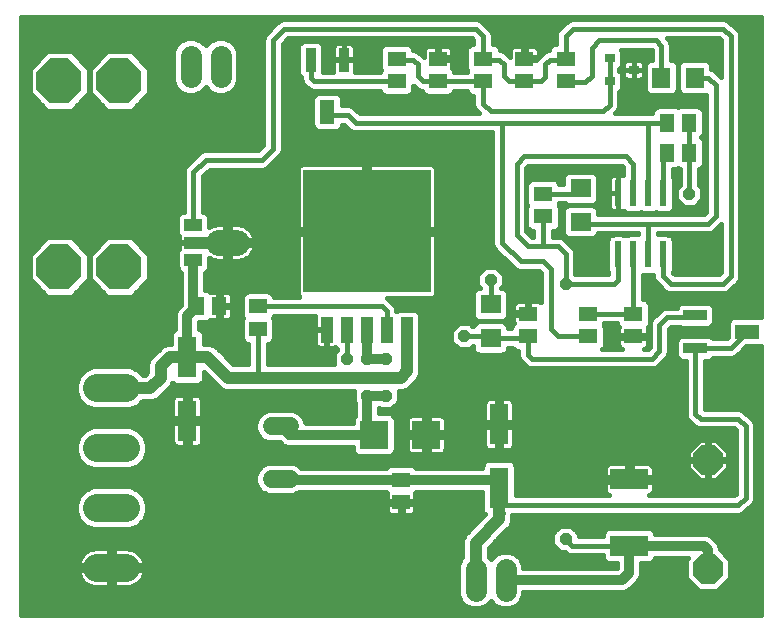
<source format=gtl>
G75*
%MOIN*%
%OFA0B0*%
%FSLAX25Y25*%
%IPPOS*%
%LPD*%
%AMOC8*
5,1,8,0,0,1.08239X$1,22.5*
%
%ADD10R,0.05906X0.05118*%
%ADD11R,0.05118X0.05906*%
%ADD12R,0.06299X0.13780*%
%ADD13R,0.09449X0.09449*%
%ADD14R,0.05906X0.03937*%
%ADD15R,0.07874X0.03937*%
%ADD16C,0.08661*%
%ADD17R,0.03500X0.03100*%
%ADD18R,0.02362X0.08661*%
%ADD19R,0.07098X0.06299*%
%ADD20R,0.06299X0.07098*%
%ADD21R,0.07874X0.03543*%
%ADD22R,0.07874X0.05118*%
%ADD23R,0.12598X0.07087*%
%ADD24R,0.03543X0.07874*%
%ADD25R,0.05118X0.07874*%
%ADD26R,0.06299X0.05118*%
%ADD27C,0.06000*%
%ADD28OC8,0.10000*%
%ADD29OC8,0.15000*%
%ADD30C,0.09450*%
%ADD31R,0.05118X0.06299*%
%ADD32C,0.07087*%
%ADD33R,0.42520X0.40984*%
%ADD34R,0.04200X0.08500*%
%ADD35C,0.01600*%
%ADD36OC8,0.04750*%
%ADD37C,0.04000*%
%ADD38C,0.03200*%
%ADD39OC8,0.03962*%
D10*
X0087200Y0112513D03*
X0087200Y0119993D03*
X0134887Y0062168D03*
X0134887Y0054688D03*
X0147200Y0195013D03*
X0147200Y0202493D03*
X0175950Y0202493D03*
X0175950Y0195013D03*
D11*
X0223460Y0181253D03*
X0230940Y0181253D03*
X0074326Y0120102D03*
X0066846Y0120102D03*
D12*
X0063588Y0103133D03*
X0063588Y0081873D03*
X0167525Y0080633D03*
X0167525Y0059373D03*
D13*
X0143224Y0077178D03*
X0125901Y0077178D03*
D14*
X0065651Y0135352D03*
X0065651Y0147155D03*
D15*
X0066651Y0141253D03*
D16*
X0074198Y0141253D02*
X0074198Y0141253D01*
X0080104Y0141253D01*
X0080104Y0141253D01*
X0074198Y0141253D01*
D17*
X0204450Y0195053D03*
X0212450Y0198853D03*
X0204450Y0202653D03*
D18*
X0207200Y0157739D03*
X0212200Y0157739D03*
X0217200Y0157739D03*
X0222200Y0157739D03*
X0222200Y0137267D03*
X0217200Y0137267D03*
X0212200Y0137267D03*
X0207200Y0137267D03*
D19*
X0194700Y0148155D03*
X0194700Y0159352D03*
X0164700Y0120602D03*
X0164700Y0109405D03*
D20*
X0221602Y0196253D03*
X0232798Y0196253D03*
D21*
X0232978Y0117090D03*
X0232978Y0106066D03*
D22*
X0250300Y0111578D03*
D23*
X0210950Y0062277D03*
X0210950Y0040230D03*
D24*
X0115812Y0202188D03*
X0104789Y0202188D03*
D25*
X0110300Y0184865D03*
D26*
X0133450Y0195013D03*
X0133450Y0202493D03*
X0162200Y0202493D03*
X0162200Y0195013D03*
X0189700Y0195013D03*
X0189700Y0202493D03*
X0182200Y0157493D03*
X0182200Y0150013D03*
X0177200Y0117493D03*
X0177200Y0110013D03*
X0197200Y0110013D03*
X0197200Y0117493D03*
X0212200Y0117493D03*
X0212200Y0110013D03*
D27*
X0097700Y0080003D02*
X0091700Y0080003D01*
X0091700Y0062503D02*
X0097700Y0062503D01*
D28*
X0237200Y0068753D03*
X0237200Y0032503D03*
D29*
X0041019Y0133147D03*
X0021019Y0133147D03*
X0021019Y0195147D03*
X0041019Y0195147D03*
D30*
X0043027Y0092828D02*
X0033577Y0092828D01*
X0033577Y0072828D02*
X0043027Y0072828D01*
X0043027Y0052828D02*
X0033577Y0052828D01*
X0033577Y0032828D02*
X0043027Y0032828D01*
D31*
X0223460Y0171253D03*
X0230940Y0171253D03*
D32*
X0074700Y0196460D02*
X0074700Y0203546D01*
X0064700Y0203546D02*
X0064700Y0196460D01*
X0159700Y0032296D02*
X0159700Y0025210D01*
X0169700Y0025210D02*
X0169700Y0032296D01*
D33*
X0123450Y0145003D03*
D34*
X0123450Y0112203D03*
X0116750Y0112203D03*
X0110050Y0112203D03*
X0130150Y0112203D03*
X0136850Y0112203D03*
D35*
X0008200Y0017253D02*
X0008200Y0216464D01*
X0254901Y0216464D01*
X0254901Y0116460D01*
X0254715Y0116537D01*
X0245886Y0116537D01*
X0245004Y0116172D01*
X0244329Y0115496D01*
X0243963Y0114614D01*
X0243963Y0109766D01*
X0243463Y0109266D01*
X0238880Y0109266D01*
X0238274Y0109872D01*
X0237392Y0110238D01*
X0228563Y0110238D01*
X0227681Y0109872D01*
X0227006Y0109197D01*
X0226641Y0108315D01*
X0226641Y0103817D01*
X0227006Y0102935D01*
X0227681Y0102260D01*
X0228563Y0101894D01*
X0229778Y0101894D01*
X0229778Y0083589D01*
X0230265Y0082413D01*
X0231987Y0080690D01*
X0232887Y0079790D01*
X0234063Y0079303D01*
X0245875Y0079303D01*
X0246500Y0078678D01*
X0246500Y0057579D01*
X0245875Y0056953D01*
X0217560Y0056953D01*
X0217944Y0057056D01*
X0218354Y0057293D01*
X0218690Y0057628D01*
X0218927Y0058039D01*
X0219049Y0058496D01*
X0219049Y0061477D01*
X0211750Y0061477D01*
X0211750Y0063077D01*
X0210150Y0063077D01*
X0210150Y0067620D01*
X0204414Y0067620D01*
X0203956Y0067497D01*
X0203546Y0067260D01*
X0203210Y0066925D01*
X0202973Y0066515D01*
X0202851Y0066057D01*
X0202851Y0063077D01*
X0210150Y0063077D01*
X0210150Y0061477D01*
X0202851Y0061477D01*
X0202851Y0058496D01*
X0202973Y0058039D01*
X0203210Y0057628D01*
X0203546Y0057293D01*
X0203956Y0057056D01*
X0204340Y0056953D01*
X0173074Y0056953D01*
X0173074Y0066740D01*
X0172709Y0067622D01*
X0172034Y0068298D01*
X0171152Y0068663D01*
X0163898Y0068663D01*
X0163016Y0068298D01*
X0162341Y0067622D01*
X0161975Y0066740D01*
X0161975Y0066168D01*
X0139793Y0066168D01*
X0139199Y0066762D01*
X0138317Y0067128D01*
X0131457Y0067128D01*
X0130575Y0066762D01*
X0129981Y0066168D01*
X0101671Y0066168D01*
X0100759Y0067081D01*
X0098774Y0067903D01*
X0090626Y0067903D01*
X0088641Y0067081D01*
X0087122Y0065562D01*
X0086300Y0063577D01*
X0086300Y0061429D01*
X0087122Y0059444D01*
X0088641Y0057925D01*
X0090626Y0057103D01*
X0098774Y0057103D01*
X0100759Y0057925D01*
X0101002Y0058168D01*
X0129981Y0058168D01*
X0130246Y0057903D01*
X0130134Y0057484D01*
X0130134Y0055168D01*
X0134407Y0055168D01*
X0134407Y0054209D01*
X0130134Y0054209D01*
X0130134Y0051892D01*
X0130257Y0051434D01*
X0130494Y0051024D01*
X0130829Y0050689D01*
X0131239Y0050452D01*
X0131697Y0050329D01*
X0134407Y0050329D01*
X0134407Y0054209D01*
X0135367Y0054209D01*
X0135367Y0055168D01*
X0139640Y0055168D01*
X0139640Y0057484D01*
X0139528Y0057903D01*
X0139793Y0058168D01*
X0161975Y0058168D01*
X0161975Y0052006D01*
X0162341Y0051124D01*
X0162844Y0050620D01*
X0155970Y0043746D01*
X0155300Y0042128D01*
X0155300Y0036302D01*
X0154662Y0035663D01*
X0153757Y0033479D01*
X0153757Y0024028D01*
X0154662Y0021843D01*
X0156333Y0020171D01*
X0158518Y0019267D01*
X0160882Y0019267D01*
X0163067Y0020171D01*
X0164700Y0021805D01*
X0166333Y0020171D01*
X0168518Y0019267D01*
X0170882Y0019267D01*
X0173067Y0020171D01*
X0174738Y0021843D01*
X0175643Y0024028D01*
X0175643Y0024753D01*
X0209246Y0024753D01*
X0210716Y0025362D01*
X0213216Y0027862D01*
X0214341Y0028987D01*
X0214950Y0030457D01*
X0214950Y0034286D01*
X0217727Y0034286D01*
X0218609Y0034652D01*
X0219284Y0035327D01*
X0219649Y0036209D01*
X0219649Y0036230D01*
X0230461Y0036230D01*
X0229800Y0035568D01*
X0229800Y0029438D01*
X0234135Y0025103D01*
X0240265Y0025103D01*
X0244600Y0029438D01*
X0244600Y0035568D01*
X0241200Y0038968D01*
X0241200Y0039549D01*
X0240591Y0041019D01*
X0239466Y0042144D01*
X0237989Y0043621D01*
X0236519Y0044229D01*
X0219649Y0044229D01*
X0219649Y0044250D01*
X0219284Y0045132D01*
X0218609Y0045807D01*
X0217727Y0046173D01*
X0204173Y0046173D01*
X0203291Y0045807D01*
X0202616Y0045132D01*
X0202251Y0044250D01*
X0202251Y0043429D01*
X0194081Y0043429D01*
X0194081Y0044318D01*
X0191515Y0046884D01*
X0187885Y0046884D01*
X0185319Y0044318D01*
X0185319Y0040688D01*
X0187885Y0038122D01*
X0189556Y0038122D01*
X0190161Y0037517D01*
X0191337Y0037030D01*
X0202251Y0037030D01*
X0202251Y0036209D01*
X0202616Y0035327D01*
X0203291Y0034652D01*
X0204173Y0034286D01*
X0206950Y0034286D01*
X0206950Y0032910D01*
X0206793Y0032753D01*
X0175643Y0032753D01*
X0175643Y0033479D01*
X0174738Y0035663D01*
X0173067Y0037335D01*
X0170882Y0038240D01*
X0168518Y0038240D01*
X0166333Y0037335D01*
X0164700Y0035702D01*
X0164100Y0036302D01*
X0164100Y0039431D01*
X0170017Y0045348D01*
X0171255Y0046586D01*
X0171925Y0048203D01*
X0171925Y0050404D01*
X0172034Y0050449D01*
X0172138Y0050553D01*
X0247837Y0050553D01*
X0249013Y0051040D01*
X0249913Y0051940D01*
X0249913Y0051940D01*
X0251513Y0053540D01*
X0252413Y0054440D01*
X0252900Y0055617D01*
X0252900Y0080640D01*
X0252413Y0081816D01*
X0251513Y0082716D01*
X0249013Y0085216D01*
X0247837Y0085703D01*
X0236178Y0085703D01*
X0236178Y0101894D01*
X0237392Y0101894D01*
X0238274Y0102260D01*
X0238880Y0102866D01*
X0245425Y0102866D01*
X0246601Y0103353D01*
X0247501Y0104253D01*
X0249867Y0106619D01*
X0254715Y0106619D01*
X0254901Y0106696D01*
X0254901Y0017253D01*
X0008200Y0017253D01*
X0008200Y0017647D02*
X0254901Y0017647D01*
X0254901Y0019246D02*
X0008200Y0019246D01*
X0008200Y0020844D02*
X0155661Y0020844D01*
X0154413Y0022443D02*
X0008200Y0022443D01*
X0008200Y0024041D02*
X0153757Y0024041D01*
X0153757Y0025640D02*
X0008200Y0025640D01*
X0008200Y0027238D02*
X0030209Y0027238D01*
X0029944Y0027391D02*
X0030685Y0026963D01*
X0031475Y0026636D01*
X0032302Y0026415D01*
X0033150Y0026303D01*
X0037527Y0026303D01*
X0037527Y0032053D01*
X0027098Y0032053D01*
X0027164Y0031552D01*
X0027385Y0030726D01*
X0027713Y0029936D01*
X0028140Y0029195D01*
X0028661Y0028516D01*
X0029266Y0027912D01*
X0029944Y0027391D01*
X0028415Y0028837D02*
X0008200Y0028837D01*
X0008200Y0030435D02*
X0027506Y0030435D01*
X0027101Y0032034D02*
X0008200Y0032034D01*
X0008200Y0033632D02*
X0027102Y0033632D01*
X0027098Y0033603D02*
X0037527Y0033603D01*
X0037527Y0032053D01*
X0039077Y0032053D01*
X0039077Y0026303D01*
X0043455Y0026303D01*
X0044303Y0026415D01*
X0045129Y0026636D01*
X0045919Y0026963D01*
X0046660Y0027391D01*
X0047339Y0027912D01*
X0047944Y0028516D01*
X0048464Y0029195D01*
X0048892Y0029936D01*
X0049219Y0030726D01*
X0049441Y0031552D01*
X0049507Y0032053D01*
X0039077Y0032053D01*
X0039077Y0033603D01*
X0037527Y0033603D01*
X0037527Y0039353D01*
X0033150Y0039353D01*
X0032302Y0039241D01*
X0031475Y0039020D01*
X0030685Y0038693D01*
X0029944Y0038265D01*
X0029266Y0037744D01*
X0028661Y0037139D01*
X0028140Y0036461D01*
X0027713Y0035720D01*
X0027385Y0034930D01*
X0027164Y0034104D01*
X0027098Y0033603D01*
X0027510Y0035231D02*
X0008200Y0035231D01*
X0008200Y0036829D02*
X0028423Y0036829D01*
X0030227Y0038428D02*
X0008200Y0038428D01*
X0008200Y0040026D02*
X0155300Y0040026D01*
X0155300Y0038428D02*
X0046378Y0038428D01*
X0046660Y0038265D02*
X0045919Y0038693D01*
X0045129Y0039020D01*
X0044303Y0039241D01*
X0043455Y0039353D01*
X0039077Y0039353D01*
X0039077Y0033603D01*
X0049507Y0033603D01*
X0049441Y0034104D01*
X0049219Y0034930D01*
X0048892Y0035720D01*
X0048464Y0036461D01*
X0047944Y0037139D01*
X0047339Y0037744D01*
X0046660Y0038265D01*
X0048182Y0036829D02*
X0155300Y0036829D01*
X0154482Y0035231D02*
X0049095Y0035231D01*
X0049503Y0033632D02*
X0153820Y0033632D01*
X0153757Y0032034D02*
X0049504Y0032034D01*
X0049099Y0030435D02*
X0153757Y0030435D01*
X0153757Y0028837D02*
X0048189Y0028837D01*
X0046396Y0027238D02*
X0153757Y0027238D01*
X0163739Y0020844D02*
X0165661Y0020844D01*
X0173739Y0020844D02*
X0254901Y0020844D01*
X0254901Y0022443D02*
X0174987Y0022443D01*
X0175643Y0024041D02*
X0254901Y0024041D01*
X0254901Y0025640D02*
X0240802Y0025640D01*
X0242400Y0027238D02*
X0254901Y0027238D01*
X0254901Y0028837D02*
X0243999Y0028837D01*
X0244600Y0030435D02*
X0254901Y0030435D01*
X0254901Y0032034D02*
X0244600Y0032034D01*
X0244600Y0033632D02*
X0254901Y0033632D01*
X0254901Y0035231D02*
X0244600Y0035231D01*
X0243339Y0036829D02*
X0254901Y0036829D01*
X0254901Y0038428D02*
X0241740Y0038428D01*
X0241002Y0040026D02*
X0254901Y0040026D01*
X0254901Y0041625D02*
X0239985Y0041625D01*
X0238387Y0043223D02*
X0254901Y0043223D01*
X0254901Y0044822D02*
X0219412Y0044822D01*
X0210950Y0040230D02*
X0191974Y0040230D01*
X0189700Y0042503D01*
X0193577Y0044822D02*
X0202488Y0044822D01*
X0202251Y0036829D02*
X0173572Y0036829D01*
X0174918Y0035231D02*
X0202712Y0035231D01*
X0206950Y0033632D02*
X0175580Y0033632D01*
X0165828Y0036829D02*
X0164100Y0036829D01*
X0164100Y0038428D02*
X0187579Y0038428D01*
X0185981Y0040026D02*
X0164696Y0040026D01*
X0166294Y0041625D02*
X0185319Y0041625D01*
X0185319Y0043223D02*
X0167893Y0043223D01*
X0169491Y0044822D02*
X0185823Y0044822D01*
X0187421Y0046420D02*
X0171090Y0046420D01*
X0171849Y0048019D02*
X0254901Y0048019D01*
X0254901Y0049617D02*
X0171925Y0049617D01*
X0168775Y0051253D02*
X0167525Y0050003D01*
X0170025Y0053753D02*
X0167525Y0056253D01*
X0170025Y0053753D02*
X0247200Y0053753D01*
X0249700Y0056253D01*
X0249700Y0080003D01*
X0247200Y0082503D01*
X0234700Y0082503D01*
X0232978Y0084226D01*
X0232978Y0106066D01*
X0244789Y0106066D01*
X0250300Y0111578D01*
X0254901Y0116755D02*
X0239315Y0116755D01*
X0239315Y0118353D02*
X0254901Y0118353D01*
X0254901Y0119952D02*
X0239061Y0119952D01*
X0238949Y0120221D02*
X0238274Y0120896D01*
X0237392Y0121261D01*
X0228563Y0121261D01*
X0227681Y0120896D01*
X0227006Y0120221D01*
X0226737Y0119571D01*
X0222823Y0119571D01*
X0221647Y0119084D01*
X0220747Y0118184D01*
X0218237Y0115674D01*
X0217750Y0114498D01*
X0217750Y0106329D01*
X0217125Y0105703D01*
X0215770Y0105703D01*
X0216044Y0105777D01*
X0216455Y0106014D01*
X0216790Y0106349D01*
X0217027Y0106759D01*
X0217150Y0107217D01*
X0217150Y0109533D01*
X0212680Y0109533D01*
X0212680Y0110492D01*
X0217150Y0110492D01*
X0217150Y0112809D01*
X0217037Y0113228D01*
X0217384Y0113575D01*
X0217750Y0114457D01*
X0217750Y0120530D01*
X0217384Y0121412D01*
X0216709Y0122087D01*
X0215827Y0122452D01*
X0215400Y0122452D01*
X0215400Y0130595D01*
X0215541Y0130536D01*
X0218858Y0130536D01*
X0219000Y0130595D01*
X0219000Y0129367D01*
X0219487Y0128190D01*
X0220387Y0127290D01*
X0222887Y0124790D01*
X0224063Y0124303D01*
X0242837Y0124303D01*
X0244013Y0124790D01*
X0244913Y0125690D01*
X0247413Y0128190D01*
X0247900Y0129367D01*
X0247900Y0210640D01*
X0247413Y0211816D01*
X0246513Y0212716D01*
X0244013Y0215216D01*
X0242837Y0215703D01*
X0191563Y0215703D01*
X0190387Y0215216D01*
X0189487Y0214316D01*
X0186987Y0211816D01*
X0186500Y0210640D01*
X0186500Y0207452D01*
X0186073Y0207452D01*
X0185191Y0207087D01*
X0184516Y0206412D01*
X0184150Y0205530D01*
X0184150Y0205398D01*
X0183847Y0205398D01*
X0182671Y0204911D01*
X0181771Y0204011D01*
X0180196Y0202436D01*
X0180021Y0202014D01*
X0176430Y0202014D01*
X0176430Y0202973D01*
X0180703Y0202973D01*
X0180703Y0205289D01*
X0180580Y0205747D01*
X0180343Y0206158D01*
X0180008Y0206493D01*
X0179598Y0206730D01*
X0179140Y0206852D01*
X0176430Y0206852D01*
X0176430Y0202973D01*
X0175470Y0202973D01*
X0175470Y0206852D01*
X0172760Y0206852D01*
X0172302Y0206730D01*
X0171892Y0206493D01*
X0171557Y0206158D01*
X0171320Y0205747D01*
X0171197Y0205289D01*
X0171197Y0203081D01*
X0170267Y0204011D01*
X0169367Y0204911D01*
X0168191Y0205398D01*
X0167750Y0205398D01*
X0167750Y0205530D01*
X0167384Y0206412D01*
X0166709Y0207087D01*
X0165827Y0207452D01*
X0165400Y0207452D01*
X0165400Y0210640D01*
X0164913Y0211816D01*
X0164013Y0212716D01*
X0161513Y0215216D01*
X0160337Y0215703D01*
X0095313Y0215703D01*
X0094137Y0215216D01*
X0093237Y0214316D01*
X0089487Y0210566D01*
X0089000Y0209390D01*
X0089000Y0173829D01*
X0087125Y0171953D01*
X0069063Y0171953D01*
X0067887Y0171466D01*
X0066987Y0170566D01*
X0062938Y0166517D01*
X0062451Y0165340D01*
X0062451Y0151523D01*
X0062221Y0151523D01*
X0061339Y0151158D01*
X0060663Y0150483D01*
X0060298Y0149601D01*
X0060298Y0144709D01*
X0060663Y0143827D01*
X0060939Y0143551D01*
X0060914Y0143459D01*
X0060914Y0141437D01*
X0066466Y0141437D01*
X0066466Y0141069D01*
X0060914Y0141069D01*
X0060914Y0139048D01*
X0060939Y0138955D01*
X0060663Y0138680D01*
X0060298Y0137797D01*
X0060298Y0132906D01*
X0060663Y0132024D01*
X0061339Y0131348D01*
X0061651Y0131219D01*
X0061651Y0120564D01*
X0061322Y0120235D01*
X0060197Y0119109D01*
X0059588Y0117639D01*
X0059588Y0112268D01*
X0059079Y0112057D01*
X0058404Y0111382D01*
X0058038Y0110500D01*
X0058038Y0107533D01*
X0056955Y0107533D01*
X0055338Y0106863D01*
X0054100Y0105625D01*
X0050970Y0102496D01*
X0050300Y0100878D01*
X0050300Y0098076D01*
X0049452Y0097228D01*
X0048704Y0097228D01*
X0047063Y0098868D01*
X0044445Y0099953D01*
X0032160Y0099953D01*
X0029541Y0098868D01*
X0027537Y0096864D01*
X0026452Y0094245D01*
X0026452Y0091411D01*
X0027537Y0088792D01*
X0029541Y0086788D01*
X0032160Y0085703D01*
X0044445Y0085703D01*
X0047063Y0086788D01*
X0048704Y0088428D01*
X0052150Y0088428D01*
X0053767Y0089098D01*
X0057192Y0092523D01*
X0058430Y0093761D01*
X0058751Y0094536D01*
X0059079Y0094209D01*
X0059961Y0093843D01*
X0067215Y0093843D01*
X0068097Y0094209D01*
X0068772Y0094884D01*
X0069137Y0095766D01*
X0069137Y0098093D01*
X0074708Y0092523D01*
X0076325Y0091853D01*
X0119104Y0091853D01*
X0119069Y0091818D01*
X0119069Y0088188D01*
X0119450Y0087807D01*
X0119450Y0083570D01*
X0119142Y0083262D01*
X0118776Y0082380D01*
X0118776Y0081178D01*
X0103058Y0081178D01*
X0102278Y0083062D01*
X0100759Y0084581D01*
X0098774Y0085403D01*
X0090626Y0085403D01*
X0088641Y0084581D01*
X0087122Y0083062D01*
X0086300Y0081077D01*
X0086300Y0078929D01*
X0087122Y0076944D01*
X0088641Y0075425D01*
X0090626Y0074603D01*
X0094443Y0074603D01*
X0095259Y0073787D01*
X0096729Y0073178D01*
X0118776Y0073178D01*
X0118776Y0071977D01*
X0119142Y0071094D01*
X0119817Y0070419D01*
X0120699Y0070054D01*
X0131103Y0070054D01*
X0131985Y0070419D01*
X0132660Y0071094D01*
X0133025Y0071977D01*
X0133025Y0082380D01*
X0132660Y0083262D01*
X0131985Y0083937D01*
X0131103Y0084303D01*
X0127450Y0084303D01*
X0127450Y0086003D01*
X0127504Y0086003D01*
X0127885Y0085622D01*
X0131515Y0085622D01*
X0134081Y0088188D01*
X0134081Y0091818D01*
X0134046Y0091853D01*
X0135575Y0091853D01*
X0137192Y0092523D01*
X0138430Y0093761D01*
X0140580Y0095911D01*
X0141250Y0097528D01*
X0141250Y0107234D01*
X0141350Y0107476D01*
X0141350Y0116931D01*
X0140985Y0117813D01*
X0140309Y0118488D01*
X0139427Y0118853D01*
X0134273Y0118853D01*
X0133500Y0118533D01*
X0133350Y0118595D01*
X0133350Y0118940D01*
X0132863Y0120116D01*
X0130268Y0122711D01*
X0144947Y0122711D01*
X0145405Y0122834D01*
X0145815Y0123071D01*
X0146150Y0123406D01*
X0146387Y0123816D01*
X0146510Y0124274D01*
X0146510Y0144203D01*
X0124250Y0144203D01*
X0124250Y0145803D01*
X0146510Y0145803D01*
X0146510Y0165732D01*
X0146387Y0166190D01*
X0146150Y0166600D01*
X0145815Y0166936D01*
X0145405Y0167173D01*
X0144947Y0167295D01*
X0124250Y0167295D01*
X0124250Y0145803D01*
X0122650Y0145803D01*
X0122650Y0144203D01*
X0100390Y0144203D01*
X0100390Y0124274D01*
X0100513Y0123816D01*
X0100750Y0123406D01*
X0100952Y0123203D01*
X0092481Y0123203D01*
X0092187Y0123912D01*
X0091512Y0124587D01*
X0090630Y0124952D01*
X0083770Y0124952D01*
X0082888Y0124587D01*
X0082213Y0123912D01*
X0081847Y0123030D01*
X0081847Y0116957D01*
X0082139Y0116253D01*
X0081847Y0115549D01*
X0081847Y0109477D01*
X0082213Y0108594D01*
X0082888Y0107919D01*
X0083770Y0107554D01*
X0084000Y0107554D01*
X0084000Y0100653D01*
X0079023Y0100653D01*
X0074050Y0105625D01*
X0072812Y0106863D01*
X0071195Y0107533D01*
X0069137Y0107533D01*
X0069137Y0110500D01*
X0068772Y0111382D01*
X0068097Y0112057D01*
X0067588Y0112268D01*
X0067588Y0114749D01*
X0069882Y0114749D01*
X0070764Y0115114D01*
X0071111Y0115461D01*
X0071530Y0115349D01*
X0073846Y0115349D01*
X0073846Y0119622D01*
X0074806Y0119622D01*
X0074806Y0120581D01*
X0078685Y0120581D01*
X0078685Y0123291D01*
X0078562Y0123749D01*
X0078325Y0124160D01*
X0077990Y0124495D01*
X0077580Y0124732D01*
X0077122Y0124854D01*
X0074806Y0124854D01*
X0074806Y0120581D01*
X0073846Y0120581D01*
X0073846Y0124854D01*
X0071530Y0124854D01*
X0071111Y0124742D01*
X0070764Y0125089D01*
X0069882Y0125454D01*
X0069651Y0125454D01*
X0069651Y0131219D01*
X0069963Y0131348D01*
X0070638Y0132024D01*
X0071004Y0132906D01*
X0071004Y0136000D01*
X0071845Y0135572D01*
X0072762Y0135273D01*
X0073716Y0135122D01*
X0076351Y0135122D01*
X0076351Y0140453D01*
X0077951Y0140453D01*
X0077951Y0142053D01*
X0086184Y0142053D01*
X0086083Y0142689D01*
X0085785Y0143606D01*
X0085347Y0144466D01*
X0084780Y0145247D01*
X0084097Y0145929D01*
X0083317Y0146497D01*
X0082457Y0146935D01*
X0081539Y0147233D01*
X0080586Y0147384D01*
X0077951Y0147384D01*
X0077951Y0142053D01*
X0076351Y0142053D01*
X0076351Y0147384D01*
X0073716Y0147384D01*
X0072762Y0147233D01*
X0071845Y0146935D01*
X0071004Y0146506D01*
X0071004Y0149601D01*
X0070638Y0150483D01*
X0069963Y0151158D01*
X0069081Y0151523D01*
X0068851Y0151523D01*
X0068851Y0163378D01*
X0071025Y0165553D01*
X0089087Y0165553D01*
X0090263Y0166040D01*
X0094013Y0169790D01*
X0094913Y0170690D01*
X0095400Y0171867D01*
X0095400Y0207428D01*
X0097275Y0209303D01*
X0158375Y0209303D01*
X0159000Y0208678D01*
X0159000Y0207452D01*
X0158573Y0207452D01*
X0157691Y0207087D01*
X0157016Y0206412D01*
X0156650Y0205530D01*
X0156650Y0199457D01*
X0156942Y0198753D01*
X0156718Y0198213D01*
X0152485Y0198213D01*
X0152187Y0198932D01*
X0151841Y0199278D01*
X0151953Y0199697D01*
X0151953Y0202014D01*
X0147680Y0202014D01*
X0147680Y0202973D01*
X0151953Y0202973D01*
X0151953Y0205289D01*
X0151830Y0205747D01*
X0151593Y0206158D01*
X0151258Y0206493D01*
X0150848Y0206730D01*
X0150390Y0206852D01*
X0147680Y0206852D01*
X0147680Y0202973D01*
X0146720Y0202973D01*
X0146720Y0206852D01*
X0144010Y0206852D01*
X0143552Y0206730D01*
X0143142Y0206493D01*
X0142807Y0206158D01*
X0142570Y0205747D01*
X0142447Y0205289D01*
X0142447Y0203090D01*
X0141527Y0204011D01*
X0140627Y0204911D01*
X0139451Y0205398D01*
X0139000Y0205398D01*
X0139000Y0205530D01*
X0138634Y0206412D01*
X0137959Y0207087D01*
X0137077Y0207452D01*
X0129823Y0207452D01*
X0128941Y0207087D01*
X0128266Y0206412D01*
X0127900Y0205530D01*
X0127900Y0199457D01*
X0128192Y0198753D01*
X0127968Y0198213D01*
X0119384Y0198213D01*
X0119384Y0202102D01*
X0115898Y0202102D01*
X0115898Y0202274D01*
X0115726Y0202274D01*
X0115726Y0202102D01*
X0112241Y0202102D01*
X0112241Y0198213D01*
X0108960Y0198213D01*
X0108960Y0206603D01*
X0108595Y0207485D01*
X0107920Y0208160D01*
X0107038Y0208525D01*
X0102540Y0208525D01*
X0101657Y0208160D01*
X0100982Y0207485D01*
X0100617Y0206603D01*
X0100617Y0197774D01*
X0100982Y0196892D01*
X0101500Y0196374D01*
X0101500Y0195617D01*
X0101987Y0194440D01*
X0102887Y0193540D01*
X0102887Y0193540D01*
X0104127Y0192300D01*
X0105304Y0191813D01*
X0127968Y0191813D01*
X0128266Y0191094D01*
X0128941Y0190419D01*
X0129823Y0190054D01*
X0137077Y0190054D01*
X0137959Y0190419D01*
X0138634Y0191094D01*
X0139000Y0191977D01*
X0139000Y0193550D01*
X0140250Y0192300D01*
X0141426Y0191813D01*
X0141915Y0191813D01*
X0142213Y0191094D01*
X0142888Y0190419D01*
X0143770Y0190054D01*
X0150630Y0190054D01*
X0151512Y0190419D01*
X0152187Y0191094D01*
X0152485Y0191813D01*
X0156718Y0191813D01*
X0157016Y0191094D01*
X0157691Y0190419D01*
X0158573Y0190054D01*
X0159000Y0190054D01*
X0159000Y0186867D01*
X0159487Y0185690D01*
X0160387Y0184790D01*
X0160725Y0184453D01*
X0121025Y0184453D01*
X0119913Y0185566D01*
X0119013Y0186466D01*
X0117837Y0186953D01*
X0115259Y0186953D01*
X0115259Y0189280D01*
X0114894Y0190162D01*
X0114219Y0190837D01*
X0113337Y0191202D01*
X0107264Y0191202D01*
X0106382Y0190837D01*
X0105707Y0190162D01*
X0105341Y0189280D01*
X0105341Y0180451D01*
X0105707Y0179569D01*
X0106382Y0178894D01*
X0107264Y0178528D01*
X0113337Y0178528D01*
X0114219Y0178894D01*
X0114894Y0179569D01*
X0115259Y0180451D01*
X0115259Y0180553D01*
X0115875Y0180553D01*
X0117887Y0178540D01*
X0119063Y0178053D01*
X0165250Y0178053D01*
X0165250Y0140617D01*
X0165737Y0139440D01*
X0166637Y0138540D01*
X0172887Y0132290D01*
X0174063Y0131803D01*
X0180875Y0131803D01*
X0181500Y0131178D01*
X0181500Y0121448D01*
X0181455Y0121493D01*
X0181044Y0121730D01*
X0180587Y0121852D01*
X0177680Y0121852D01*
X0177680Y0117973D01*
X0176720Y0117973D01*
X0176720Y0117014D01*
X0172250Y0117014D01*
X0172250Y0114697D01*
X0172363Y0114278D01*
X0172016Y0113932D01*
X0171650Y0113049D01*
X0171650Y0112605D01*
X0170649Y0112605D01*
X0170649Y0113032D01*
X0170284Y0113914D01*
X0169609Y0114589D01*
X0168727Y0114954D01*
X0160673Y0114954D01*
X0159791Y0114589D01*
X0159116Y0113914D01*
X0158858Y0113291D01*
X0157765Y0114384D01*
X0154135Y0114384D01*
X0151569Y0111818D01*
X0151569Y0108188D01*
X0154135Y0105622D01*
X0157765Y0105622D01*
X0158751Y0106608D01*
X0158751Y0105778D01*
X0159116Y0104896D01*
X0159791Y0104220D01*
X0160673Y0103855D01*
X0168727Y0103855D01*
X0169609Y0104220D01*
X0170284Y0104896D01*
X0170649Y0105778D01*
X0170649Y0106205D01*
X0171970Y0106205D01*
X0172016Y0106094D01*
X0172691Y0105419D01*
X0173573Y0105054D01*
X0174000Y0105054D01*
X0174000Y0103117D01*
X0174487Y0101940D01*
X0175737Y0100690D01*
X0176637Y0099790D01*
X0177813Y0099303D01*
X0219087Y0099303D01*
X0220263Y0099790D01*
X0222763Y0102290D01*
X0223663Y0103190D01*
X0224150Y0104367D01*
X0224150Y0112536D01*
X0224785Y0113171D01*
X0227952Y0113171D01*
X0228563Y0112918D01*
X0237392Y0112918D01*
X0238274Y0113283D01*
X0238949Y0113959D01*
X0239315Y0114841D01*
X0239315Y0119339D01*
X0238949Y0120221D01*
X0239315Y0115156D02*
X0244188Y0115156D01*
X0243963Y0113558D02*
X0238548Y0113558D01*
X0243963Y0111959D02*
X0224150Y0111959D01*
X0224150Y0110361D02*
X0243963Y0110361D01*
X0248813Y0105565D02*
X0254901Y0105565D01*
X0254901Y0103967D02*
X0247215Y0103967D01*
X0254901Y0102368D02*
X0238382Y0102368D01*
X0236178Y0100770D02*
X0254901Y0100770D01*
X0254901Y0099171D02*
X0236178Y0099171D01*
X0236178Y0097573D02*
X0254901Y0097573D01*
X0254901Y0095974D02*
X0236178Y0095974D01*
X0236178Y0094376D02*
X0254901Y0094376D01*
X0254901Y0092777D02*
X0236178Y0092777D01*
X0236178Y0091179D02*
X0254901Y0091179D01*
X0254901Y0089580D02*
X0236178Y0089580D01*
X0236178Y0087982D02*
X0254901Y0087982D01*
X0254901Y0086383D02*
X0236178Y0086383D01*
X0229778Y0086383D02*
X0172474Y0086383D01*
X0172474Y0087760D02*
X0172352Y0088218D01*
X0172115Y0088628D01*
X0171780Y0088963D01*
X0171369Y0089200D01*
X0170911Y0089323D01*
X0168300Y0089323D01*
X0168300Y0081408D01*
X0172474Y0081408D01*
X0172474Y0087760D01*
X0172415Y0087982D02*
X0229778Y0087982D01*
X0229778Y0089580D02*
X0134081Y0089580D01*
X0134081Y0091179D02*
X0229778Y0091179D01*
X0229778Y0092777D02*
X0137447Y0092777D01*
X0139045Y0094376D02*
X0229778Y0094376D01*
X0229778Y0095974D02*
X0140606Y0095974D01*
X0141250Y0097573D02*
X0229778Y0097573D01*
X0229778Y0099171D02*
X0141250Y0099171D01*
X0141250Y0100770D02*
X0175658Y0100770D01*
X0174310Y0102368D02*
X0141250Y0102368D01*
X0141250Y0103967D02*
X0160404Y0103967D01*
X0158839Y0105565D02*
X0141250Y0105565D01*
X0141250Y0107164D02*
X0152594Y0107164D01*
X0151569Y0108762D02*
X0141350Y0108762D01*
X0141350Y0110361D02*
X0151569Y0110361D01*
X0151710Y0111959D02*
X0141350Y0111959D01*
X0141350Y0113558D02*
X0153309Y0113558D01*
X0155950Y0110003D02*
X0164102Y0110003D01*
X0164149Y0110001D01*
X0164196Y0109996D01*
X0164242Y0109986D01*
X0164287Y0109974D01*
X0164331Y0109957D01*
X0164373Y0109938D01*
X0164414Y0109915D01*
X0164453Y0109889D01*
X0164490Y0109860D01*
X0164525Y0109828D01*
X0164557Y0109793D01*
X0164586Y0109756D01*
X0164612Y0109717D01*
X0164635Y0109676D01*
X0164654Y0109634D01*
X0164671Y0109590D01*
X0164683Y0109545D01*
X0164693Y0109499D01*
X0164698Y0109452D01*
X0164700Y0109405D01*
X0176592Y0109405D01*
X0177200Y0110013D01*
X0177200Y0103753D01*
X0178450Y0102503D01*
X0218450Y0102503D01*
X0220950Y0105003D01*
X0220950Y0113861D01*
X0223460Y0116371D01*
X0232259Y0116371D01*
X0232978Y0117090D01*
X0226895Y0119952D02*
X0217750Y0119952D01*
X0217750Y0118353D02*
X0220917Y0118353D01*
X0219318Y0116755D02*
X0217750Y0116755D01*
X0217750Y0115156D02*
X0218023Y0115156D01*
X0217750Y0113558D02*
X0217367Y0113558D01*
X0217150Y0111959D02*
X0217750Y0111959D01*
X0217750Y0110361D02*
X0212680Y0110361D01*
X0211720Y0110361D02*
X0202750Y0110361D01*
X0202750Y0111959D02*
X0207250Y0111959D01*
X0207250Y0112809D02*
X0207250Y0110492D01*
X0211720Y0110492D01*
X0211720Y0109533D01*
X0207250Y0109533D01*
X0207250Y0107217D01*
X0207373Y0106759D01*
X0207610Y0106349D01*
X0207945Y0106014D01*
X0208356Y0105777D01*
X0208630Y0105703D01*
X0201993Y0105703D01*
X0202384Y0106094D01*
X0202750Y0106977D01*
X0202750Y0113049D01*
X0202458Y0113753D01*
X0202682Y0114293D01*
X0206718Y0114293D01*
X0207016Y0113575D01*
X0207363Y0113228D01*
X0207250Y0112809D01*
X0207033Y0113558D02*
X0202539Y0113558D01*
X0202750Y0108762D02*
X0207250Y0108762D01*
X0207265Y0107164D02*
X0202750Y0107164D01*
X0197200Y0110013D02*
X0187190Y0110013D01*
X0184700Y0112503D01*
X0184700Y0132503D01*
X0182200Y0135003D01*
X0174700Y0135003D01*
X0168450Y0141253D01*
X0168450Y0181253D01*
X0217200Y0181253D01*
X0217200Y0157739D01*
X0212200Y0157739D02*
X0212200Y0167503D01*
X0209700Y0170003D01*
X0175950Y0170003D01*
X0173450Y0167503D01*
X0173450Y0143753D01*
X0177200Y0140003D01*
X0182200Y0140003D01*
X0182200Y0150013D01*
X0187750Y0150324D02*
X0188751Y0150324D01*
X0188751Y0151782D02*
X0188751Y0144528D01*
X0189116Y0143646D01*
X0189791Y0142970D01*
X0190673Y0142605D01*
X0198727Y0142605D01*
X0199609Y0142970D01*
X0200284Y0143646D01*
X0200556Y0144303D01*
X0214000Y0144303D01*
X0214000Y0143939D01*
X0213858Y0143998D01*
X0210541Y0143998D01*
X0209700Y0143649D01*
X0208858Y0143998D01*
X0205541Y0143998D01*
X0204659Y0143632D01*
X0203984Y0142957D01*
X0203619Y0142075D01*
X0203619Y0132459D01*
X0203984Y0131577D01*
X0204000Y0131561D01*
X0204000Y0130703D01*
X0192900Y0130703D01*
X0192900Y0138140D01*
X0192413Y0139316D01*
X0191513Y0140216D01*
X0189013Y0142716D01*
X0187837Y0143203D01*
X0185400Y0143203D01*
X0185400Y0145054D01*
X0185827Y0145054D01*
X0186709Y0145419D01*
X0187384Y0146094D01*
X0187750Y0146977D01*
X0187750Y0153049D01*
X0187458Y0153753D01*
X0187682Y0154293D01*
X0189665Y0154293D01*
X0189791Y0154167D01*
X0190673Y0153802D01*
X0198727Y0153802D01*
X0199609Y0154167D01*
X0200284Y0154842D01*
X0200649Y0155725D01*
X0200649Y0162979D01*
X0200284Y0163861D01*
X0199609Y0164536D01*
X0198727Y0164901D01*
X0190673Y0164901D01*
X0189791Y0164536D01*
X0189116Y0163861D01*
X0188751Y0162979D01*
X0188751Y0160693D01*
X0187682Y0160693D01*
X0187384Y0161412D01*
X0186709Y0162087D01*
X0185827Y0162452D01*
X0178573Y0162452D01*
X0177691Y0162087D01*
X0177016Y0161412D01*
X0176650Y0160530D01*
X0176650Y0154457D01*
X0176942Y0153753D01*
X0176650Y0153049D01*
X0176650Y0146977D01*
X0177016Y0146094D01*
X0177691Y0145419D01*
X0178573Y0145054D01*
X0179000Y0145054D01*
X0179000Y0143203D01*
X0178525Y0143203D01*
X0176650Y0145079D01*
X0176650Y0166178D01*
X0177275Y0166803D01*
X0208375Y0166803D01*
X0209000Y0166178D01*
X0209000Y0163768D01*
X0208618Y0163870D01*
X0207200Y0163870D01*
X0207200Y0157739D01*
X0207200Y0151609D01*
X0208618Y0151609D01*
X0209076Y0151731D01*
X0209219Y0151814D01*
X0209659Y0151374D01*
X0210541Y0151009D01*
X0213858Y0151009D01*
X0214700Y0151357D01*
X0215541Y0151009D01*
X0218858Y0151009D01*
X0219700Y0151357D01*
X0220541Y0151009D01*
X0223858Y0151009D01*
X0224741Y0151374D01*
X0225416Y0152049D01*
X0225781Y0152931D01*
X0225781Y0162547D01*
X0225416Y0163430D01*
X0225400Y0163445D01*
X0225400Y0165704D01*
X0226496Y0165704D01*
X0227200Y0165995D01*
X0227750Y0165767D01*
X0227750Y0160499D01*
X0226569Y0159318D01*
X0226569Y0155688D01*
X0229135Y0153122D01*
X0232765Y0153122D01*
X0235331Y0155688D01*
X0235331Y0159318D01*
X0234150Y0160499D01*
X0234150Y0165775D01*
X0234859Y0166069D01*
X0235534Y0166744D01*
X0235899Y0167626D01*
X0235899Y0174880D01*
X0235534Y0175762D01*
X0234944Y0176352D01*
X0235534Y0176941D01*
X0235899Y0177823D01*
X0235899Y0184683D01*
X0235534Y0185565D01*
X0234859Y0186240D01*
X0233977Y0186606D01*
X0227904Y0186606D01*
X0227200Y0186314D01*
X0226496Y0186606D01*
X0220423Y0186606D01*
X0219541Y0186240D01*
X0218866Y0185565D01*
X0218501Y0184683D01*
X0218501Y0184453D01*
X0206175Y0184453D01*
X0207163Y0185440D01*
X0207650Y0186617D01*
X0207650Y0191559D01*
X0208235Y0192144D01*
X0208600Y0193026D01*
X0208600Y0197081D01*
X0208235Y0197963D01*
X0207650Y0198547D01*
X0207650Y0199159D01*
X0208235Y0199744D01*
X0208600Y0200626D01*
X0208600Y0204681D01*
X0208239Y0205553D01*
X0218375Y0205553D01*
X0218402Y0205526D01*
X0218402Y0202202D01*
X0217975Y0202202D01*
X0217092Y0201837D01*
X0216417Y0201162D01*
X0216052Y0200280D01*
X0216052Y0192227D01*
X0216417Y0191344D01*
X0217092Y0190669D01*
X0217975Y0190304D01*
X0225229Y0190304D01*
X0226111Y0190669D01*
X0226786Y0191344D01*
X0227151Y0192227D01*
X0227151Y0200280D01*
X0226786Y0201162D01*
X0226111Y0201837D01*
X0225229Y0202202D01*
X0224802Y0202202D01*
X0224802Y0207488D01*
X0224314Y0208664D01*
X0223675Y0209303D01*
X0240875Y0209303D01*
X0241500Y0208678D01*
X0241500Y0196479D01*
X0239913Y0198066D01*
X0239013Y0198966D01*
X0238348Y0199241D01*
X0238348Y0200280D01*
X0237983Y0201162D01*
X0237308Y0201837D01*
X0236425Y0202202D01*
X0229171Y0202202D01*
X0228289Y0201837D01*
X0227614Y0201162D01*
X0227249Y0200280D01*
X0227249Y0192227D01*
X0227614Y0191344D01*
X0228289Y0190669D01*
X0229171Y0190304D01*
X0236425Y0190304D01*
X0236500Y0190335D01*
X0236500Y0151329D01*
X0235875Y0150703D01*
X0200649Y0150703D01*
X0200649Y0151782D01*
X0200284Y0152664D01*
X0199609Y0153339D01*
X0198727Y0153704D01*
X0190673Y0153704D01*
X0189791Y0153339D01*
X0189116Y0152664D01*
X0188751Y0151782D01*
X0188809Y0151922D02*
X0187750Y0151922D01*
X0187554Y0153521D02*
X0190230Y0153521D01*
X0192842Y0157493D02*
X0182200Y0157493D01*
X0176650Y0156718D02*
X0176650Y0156718D01*
X0176650Y0158316D02*
X0176650Y0158316D01*
X0176650Y0159915D02*
X0176650Y0159915D01*
X0176650Y0161513D02*
X0177117Y0161513D01*
X0176650Y0163112D02*
X0188806Y0163112D01*
X0188751Y0161513D02*
X0187283Y0161513D01*
X0190212Y0164710D02*
X0176650Y0164710D01*
X0176781Y0166309D02*
X0208869Y0166309D01*
X0209000Y0164710D02*
X0199188Y0164710D01*
X0200594Y0163112D02*
X0204542Y0163112D01*
X0204579Y0163175D02*
X0204342Y0162765D01*
X0204219Y0162307D01*
X0204219Y0157739D01*
X0204219Y0153172D01*
X0204342Y0152714D01*
X0204579Y0152303D01*
X0204914Y0151968D01*
X0205324Y0151731D01*
X0205782Y0151609D01*
X0207200Y0151609D01*
X0207200Y0157739D01*
X0207200Y0157739D01*
X0204219Y0157739D01*
X0207200Y0157739D01*
X0207200Y0157739D01*
X0207200Y0163870D01*
X0205782Y0163870D01*
X0205324Y0163747D01*
X0204914Y0163510D01*
X0204579Y0163175D01*
X0204219Y0161513D02*
X0200649Y0161513D01*
X0200649Y0159915D02*
X0204219Y0159915D01*
X0204219Y0158316D02*
X0200649Y0158316D01*
X0200649Y0156718D02*
X0204219Y0156718D01*
X0204219Y0155119D02*
X0200398Y0155119D01*
X0199170Y0153521D02*
X0204219Y0153521D01*
X0204994Y0151922D02*
X0200591Y0151922D01*
X0207200Y0151922D02*
X0207200Y0151922D01*
X0207200Y0153521D02*
X0207200Y0153521D01*
X0207200Y0155119D02*
X0207200Y0155119D01*
X0207200Y0156718D02*
X0207200Y0156718D01*
X0207200Y0157739D02*
X0207200Y0157739D01*
X0207200Y0158316D02*
X0207200Y0158316D01*
X0207200Y0159915D02*
X0207200Y0159915D01*
X0207200Y0161513D02*
X0207200Y0161513D01*
X0207200Y0163112D02*
X0207200Y0163112D01*
X0194700Y0159352D02*
X0192842Y0157493D01*
X0188751Y0148725D02*
X0187750Y0148725D01*
X0187750Y0147127D02*
X0188751Y0147127D01*
X0188751Y0145528D02*
X0186818Y0145528D01*
X0185400Y0143930D02*
X0188999Y0143930D01*
X0189398Y0142331D02*
X0203725Y0142331D01*
X0203619Y0140733D02*
X0190996Y0140733D01*
X0192488Y0139134D02*
X0203619Y0139134D01*
X0203619Y0137536D02*
X0192900Y0137536D01*
X0192900Y0135937D02*
X0203619Y0135937D01*
X0203619Y0134338D02*
X0192900Y0134338D01*
X0192900Y0132740D02*
X0203619Y0132740D01*
X0204000Y0131141D02*
X0192900Y0131141D01*
X0189700Y0127503D02*
X0189700Y0137503D01*
X0187200Y0140003D01*
X0182200Y0140003D01*
X0179000Y0143930D02*
X0177799Y0143930D01*
X0177582Y0145528D02*
X0176650Y0145528D01*
X0176650Y0147127D02*
X0176650Y0147127D01*
X0176650Y0148725D02*
X0176650Y0148725D01*
X0176650Y0150324D02*
X0176650Y0150324D01*
X0176650Y0151922D02*
X0176650Y0151922D01*
X0176650Y0153521D02*
X0176846Y0153521D01*
X0176650Y0155119D02*
X0176650Y0155119D01*
X0165250Y0155119D02*
X0146510Y0155119D01*
X0146510Y0153521D02*
X0165250Y0153521D01*
X0165250Y0151922D02*
X0146510Y0151922D01*
X0146510Y0150324D02*
X0165250Y0150324D01*
X0165250Y0148725D02*
X0146510Y0148725D01*
X0146510Y0147127D02*
X0165250Y0147127D01*
X0165250Y0145528D02*
X0124250Y0145528D01*
X0124250Y0147127D02*
X0122650Y0147127D01*
X0122650Y0145803D02*
X0122650Y0167295D01*
X0101953Y0167295D01*
X0101495Y0167173D01*
X0101085Y0166936D01*
X0100750Y0166600D01*
X0100513Y0166190D01*
X0100390Y0165732D01*
X0100390Y0145803D01*
X0122650Y0145803D01*
X0122650Y0145528D02*
X0084499Y0145528D01*
X0085620Y0143930D02*
X0100390Y0143930D01*
X0100390Y0142331D02*
X0086140Y0142331D01*
X0086184Y0140453D02*
X0077951Y0140453D01*
X0077951Y0135122D01*
X0080586Y0135122D01*
X0081539Y0135273D01*
X0082457Y0135572D01*
X0083317Y0136010D01*
X0084097Y0136577D01*
X0084780Y0137259D01*
X0085347Y0138040D01*
X0085785Y0138900D01*
X0086083Y0139818D01*
X0086184Y0140453D01*
X0085861Y0139134D02*
X0100390Y0139134D01*
X0100390Y0137536D02*
X0084981Y0137536D01*
X0083174Y0135937D02*
X0100390Y0135937D01*
X0100390Y0134338D02*
X0071004Y0134338D01*
X0071004Y0135937D02*
X0071127Y0135937D01*
X0070935Y0132740D02*
X0100390Y0132740D01*
X0100390Y0131141D02*
X0069651Y0131141D01*
X0069651Y0129543D02*
X0100390Y0129543D01*
X0100390Y0127944D02*
X0069651Y0127944D01*
X0069651Y0126346D02*
X0100390Y0126346D01*
X0100390Y0124747D02*
X0091125Y0124747D01*
X0087210Y0120003D02*
X0087200Y0119993D01*
X0087210Y0120003D02*
X0128450Y0120003D01*
X0130150Y0118303D01*
X0130150Y0112203D01*
X0132931Y0119952D02*
X0158751Y0119952D01*
X0158751Y0121550D02*
X0131428Y0121550D01*
X0140444Y0118353D02*
X0158751Y0118353D01*
X0158751Y0116975D02*
X0159116Y0116092D01*
X0159791Y0115417D01*
X0160673Y0115052D01*
X0168727Y0115052D01*
X0169609Y0115417D01*
X0170284Y0116092D01*
X0170649Y0116975D01*
X0170649Y0124229D01*
X0170284Y0125111D01*
X0169609Y0125786D01*
X0168727Y0126151D01*
X0168294Y0126151D01*
X0169081Y0126938D01*
X0169081Y0130568D01*
X0166515Y0133134D01*
X0162885Y0133134D01*
X0160319Y0130568D01*
X0160319Y0126938D01*
X0161106Y0126151D01*
X0160673Y0126151D01*
X0159791Y0125786D01*
X0159116Y0125111D01*
X0158751Y0124229D01*
X0158751Y0116975D01*
X0158842Y0116755D02*
X0141350Y0116755D01*
X0141350Y0115156D02*
X0160421Y0115156D01*
X0158969Y0113558D02*
X0158591Y0113558D01*
X0164700Y0120602D02*
X0164700Y0128753D01*
X0160911Y0126346D02*
X0146510Y0126346D01*
X0146510Y0127944D02*
X0160319Y0127944D01*
X0160319Y0129543D02*
X0146510Y0129543D01*
X0146510Y0131141D02*
X0160893Y0131141D01*
X0162491Y0132740D02*
X0146510Y0132740D01*
X0146510Y0134338D02*
X0170839Y0134338D01*
X0172438Y0132740D02*
X0166909Y0132740D01*
X0168507Y0131141D02*
X0181500Y0131141D01*
X0181500Y0129543D02*
X0169081Y0129543D01*
X0169081Y0127944D02*
X0181500Y0127944D01*
X0181500Y0126346D02*
X0168489Y0126346D01*
X0170434Y0124747D02*
X0181500Y0124747D01*
X0181500Y0123149D02*
X0170649Y0123149D01*
X0170649Y0121550D02*
X0173045Y0121550D01*
X0172945Y0121493D02*
X0172610Y0121158D01*
X0172373Y0120747D01*
X0172250Y0120289D01*
X0172250Y0117973D01*
X0176720Y0117973D01*
X0176720Y0121852D01*
X0173813Y0121852D01*
X0173356Y0121730D01*
X0172945Y0121493D01*
X0172250Y0119952D02*
X0170649Y0119952D01*
X0170649Y0118353D02*
X0172250Y0118353D01*
X0172250Y0116755D02*
X0170558Y0116755D01*
X0168979Y0115156D02*
X0172250Y0115156D01*
X0171861Y0113558D02*
X0170431Y0113558D01*
X0176720Y0118353D02*
X0177680Y0118353D01*
X0177680Y0119952D02*
X0176720Y0119952D01*
X0176720Y0121550D02*
X0177680Y0121550D01*
X0181355Y0121550D02*
X0181500Y0121550D01*
X0189700Y0127503D02*
X0205950Y0127503D01*
X0207200Y0128753D01*
X0207200Y0137267D01*
X0212200Y0137267D02*
X0212200Y0117493D01*
X0197200Y0117493D01*
X0215400Y0123149D02*
X0254901Y0123149D01*
X0254901Y0124747D02*
X0243909Y0124747D01*
X0245568Y0126346D02*
X0254901Y0126346D01*
X0254901Y0127944D02*
X0247167Y0127944D01*
X0247900Y0129543D02*
X0254901Y0129543D01*
X0254901Y0131141D02*
X0247900Y0131141D01*
X0247900Y0132740D02*
X0254901Y0132740D01*
X0254901Y0134338D02*
X0247900Y0134338D01*
X0247900Y0135937D02*
X0254901Y0135937D01*
X0254901Y0137536D02*
X0247900Y0137536D01*
X0247900Y0139134D02*
X0254901Y0139134D01*
X0254901Y0140733D02*
X0247900Y0140733D01*
X0247900Y0142331D02*
X0254901Y0142331D01*
X0254901Y0143930D02*
X0247900Y0143930D01*
X0247900Y0145528D02*
X0254901Y0145528D01*
X0254901Y0147127D02*
X0247900Y0147127D01*
X0247900Y0148725D02*
X0254901Y0148725D01*
X0254901Y0150324D02*
X0247900Y0150324D01*
X0247900Y0151922D02*
X0254901Y0151922D01*
X0254901Y0153521D02*
X0247900Y0153521D01*
X0247900Y0155119D02*
X0254901Y0155119D01*
X0254901Y0156718D02*
X0247900Y0156718D01*
X0247900Y0158316D02*
X0254901Y0158316D01*
X0254901Y0159915D02*
X0247900Y0159915D01*
X0247900Y0161513D02*
X0254901Y0161513D01*
X0254901Y0163112D02*
X0247900Y0163112D01*
X0247900Y0164710D02*
X0254901Y0164710D01*
X0254901Y0166309D02*
X0247900Y0166309D01*
X0247900Y0167907D02*
X0254901Y0167907D01*
X0254901Y0169506D02*
X0247900Y0169506D01*
X0247900Y0171104D02*
X0254901Y0171104D01*
X0254901Y0172703D02*
X0247900Y0172703D01*
X0247900Y0174301D02*
X0254901Y0174301D01*
X0254901Y0175900D02*
X0247900Y0175900D01*
X0247900Y0177498D02*
X0254901Y0177498D01*
X0254901Y0179097D02*
X0247900Y0179097D01*
X0247900Y0180695D02*
X0254901Y0180695D01*
X0254901Y0182294D02*
X0247900Y0182294D01*
X0247900Y0183892D02*
X0254901Y0183892D01*
X0254901Y0185491D02*
X0247900Y0185491D01*
X0247900Y0187089D02*
X0254901Y0187089D01*
X0254901Y0188688D02*
X0247900Y0188688D01*
X0247900Y0190286D02*
X0254901Y0190286D01*
X0254901Y0191885D02*
X0247900Y0191885D01*
X0247900Y0193483D02*
X0254901Y0193483D01*
X0254901Y0195082D02*
X0247900Y0195082D01*
X0247900Y0196680D02*
X0254901Y0196680D01*
X0254901Y0198279D02*
X0247900Y0198279D01*
X0247900Y0199877D02*
X0254901Y0199877D01*
X0254901Y0201476D02*
X0247900Y0201476D01*
X0247900Y0203074D02*
X0254901Y0203074D01*
X0254901Y0204673D02*
X0247900Y0204673D01*
X0247900Y0206272D02*
X0254901Y0206272D01*
X0254901Y0207870D02*
X0247900Y0207870D01*
X0247900Y0209469D02*
X0254901Y0209469D01*
X0254901Y0211067D02*
X0247723Y0211067D01*
X0246563Y0212666D02*
X0254901Y0212666D01*
X0254901Y0214264D02*
X0244965Y0214264D01*
X0242200Y0212503D02*
X0244700Y0210003D01*
X0244700Y0130003D01*
X0242200Y0127503D01*
X0224700Y0127503D01*
X0222200Y0130003D01*
X0222200Y0137267D01*
X0225781Y0137536D02*
X0241500Y0137536D01*
X0241500Y0139134D02*
X0225781Y0139134D01*
X0225781Y0140733D02*
X0241500Y0140733D01*
X0241500Y0142331D02*
X0225675Y0142331D01*
X0225781Y0142075D02*
X0225416Y0142957D01*
X0224741Y0143632D01*
X0223858Y0143998D01*
X0220541Y0143998D01*
X0220400Y0143939D01*
X0220400Y0144303D01*
X0236563Y0144303D01*
X0237837Y0144303D01*
X0239013Y0144790D01*
X0241500Y0147278D01*
X0241500Y0131329D01*
X0240875Y0130703D01*
X0226025Y0130703D01*
X0225400Y0131329D01*
X0225400Y0131561D01*
X0225416Y0131577D01*
X0225781Y0132459D01*
X0225781Y0142075D01*
X0224023Y0143930D02*
X0241500Y0143930D01*
X0241500Y0145528D02*
X0239750Y0145528D01*
X0241349Y0147127D02*
X0241500Y0147127D01*
X0239700Y0150003D02*
X0239700Y0193753D01*
X0237200Y0196253D01*
X0232798Y0196253D01*
X0227249Y0196680D02*
X0227151Y0196680D01*
X0227151Y0195082D02*
X0227249Y0195082D01*
X0227249Y0193483D02*
X0227151Y0193483D01*
X0227010Y0191885D02*
X0227390Y0191885D01*
X0221602Y0196253D02*
X0221602Y0206852D01*
X0219700Y0208753D01*
X0200950Y0208753D01*
X0198450Y0206253D01*
X0198450Y0196873D01*
X0196294Y0194718D01*
X0189995Y0194718D01*
X0189700Y0195013D01*
X0182909Y0196292D02*
X0182909Y0200623D01*
X0184483Y0202198D01*
X0189405Y0202198D01*
X0189700Y0202493D01*
X0189700Y0210003D01*
X0192200Y0212503D01*
X0242200Y0212503D01*
X0241500Y0207870D02*
X0224643Y0207870D01*
X0224802Y0206272D02*
X0241500Y0206272D01*
X0241500Y0204673D02*
X0224802Y0204673D01*
X0224802Y0203074D02*
X0241500Y0203074D01*
X0241500Y0201476D02*
X0237668Y0201476D01*
X0238348Y0199877D02*
X0241500Y0199877D01*
X0241500Y0198279D02*
X0239700Y0198279D01*
X0241298Y0196680D02*
X0241500Y0196680D01*
X0236500Y0190286D02*
X0207650Y0190286D01*
X0207650Y0188688D02*
X0236500Y0188688D01*
X0236500Y0187089D02*
X0207650Y0187089D01*
X0207184Y0185491D02*
X0218835Y0185491D01*
X0217200Y0181253D02*
X0223460Y0181253D01*
X0230940Y0181253D02*
X0230940Y0171253D01*
X0230950Y0171243D01*
X0230950Y0157503D01*
X0226569Y0156718D02*
X0225781Y0156718D01*
X0225781Y0158316D02*
X0226569Y0158316D01*
X0227166Y0159915D02*
X0225781Y0159915D01*
X0225781Y0161513D02*
X0227750Y0161513D01*
X0227750Y0163112D02*
X0225547Y0163112D01*
X0225400Y0164710D02*
X0227750Y0164710D01*
X0234150Y0164710D02*
X0236500Y0164710D01*
X0236500Y0163112D02*
X0234150Y0163112D01*
X0234150Y0161513D02*
X0236500Y0161513D01*
X0236500Y0159915D02*
X0234734Y0159915D01*
X0235331Y0158316D02*
X0236500Y0158316D01*
X0236500Y0156718D02*
X0235331Y0156718D01*
X0234762Y0155119D02*
X0236500Y0155119D01*
X0236500Y0153521D02*
X0233163Y0153521D01*
X0236500Y0151922D02*
X0225289Y0151922D01*
X0225781Y0153521D02*
X0228737Y0153521D01*
X0227138Y0155119D02*
X0225781Y0155119D01*
X0222200Y0157739D02*
X0222200Y0171253D01*
X0223460Y0171253D01*
X0235899Y0171104D02*
X0236500Y0171104D01*
X0236500Y0169506D02*
X0235899Y0169506D01*
X0235899Y0167907D02*
X0236500Y0167907D01*
X0236500Y0166309D02*
X0235099Y0166309D01*
X0235899Y0172703D02*
X0236500Y0172703D01*
X0236500Y0174301D02*
X0235899Y0174301D01*
X0235396Y0175900D02*
X0236500Y0175900D01*
X0236500Y0177498D02*
X0235765Y0177498D01*
X0235899Y0179097D02*
X0236500Y0179097D01*
X0236500Y0180695D02*
X0235899Y0180695D01*
X0235899Y0182294D02*
X0236500Y0182294D01*
X0236500Y0183892D02*
X0235899Y0183892D01*
X0235565Y0185491D02*
X0236500Y0185491D01*
X0227249Y0198279D02*
X0227151Y0198279D01*
X0227151Y0199877D02*
X0227249Y0199877D01*
X0227928Y0201476D02*
X0226472Y0201476D01*
X0218402Y0203074D02*
X0208600Y0203074D01*
X0209595Y0201843D02*
X0209260Y0201508D01*
X0209023Y0201098D01*
X0208900Y0200640D01*
X0208900Y0198853D01*
X0208900Y0197066D01*
X0209023Y0196608D01*
X0209260Y0196198D01*
X0209595Y0195863D01*
X0210005Y0195626D01*
X0210463Y0195503D01*
X0212450Y0195503D01*
X0214437Y0195503D01*
X0214895Y0195626D01*
X0215305Y0195863D01*
X0215640Y0196198D01*
X0215877Y0196608D01*
X0216000Y0197066D01*
X0216000Y0198853D01*
X0212450Y0198853D01*
X0212450Y0195503D01*
X0212450Y0198853D01*
X0212450Y0198853D01*
X0212450Y0198853D01*
X0208900Y0198853D01*
X0212450Y0198853D01*
X0212450Y0198853D01*
X0216000Y0198853D01*
X0216000Y0200640D01*
X0215877Y0201098D01*
X0215640Y0201508D01*
X0215305Y0201843D01*
X0214895Y0202080D01*
X0214437Y0202203D01*
X0212450Y0202203D01*
X0212450Y0198853D01*
X0212450Y0202203D01*
X0210463Y0202203D01*
X0210005Y0202080D01*
X0209595Y0201843D01*
X0209241Y0201476D02*
X0208600Y0201476D01*
X0208900Y0199877D02*
X0208290Y0199877D01*
X0207918Y0198279D02*
X0208900Y0198279D01*
X0209003Y0196680D02*
X0208600Y0196680D01*
X0208600Y0195082D02*
X0216052Y0195082D01*
X0216052Y0196680D02*
X0215897Y0196680D01*
X0216000Y0198279D02*
X0216052Y0198279D01*
X0216000Y0199877D02*
X0216052Y0199877D01*
X0215659Y0201476D02*
X0216731Y0201476D01*
X0218402Y0204673D02*
X0208600Y0204673D01*
X0204450Y0202653D02*
X0204450Y0195053D01*
X0204450Y0187253D01*
X0202200Y0185003D01*
X0164700Y0185003D01*
X0162200Y0187503D01*
X0162200Y0195013D01*
X0147200Y0195013D01*
X0142062Y0195013D01*
X0140389Y0196686D01*
X0140389Y0200623D01*
X0138814Y0202198D01*
X0133745Y0202198D01*
X0133450Y0202493D01*
X0127900Y0203074D02*
X0119384Y0203074D01*
X0119384Y0202274D02*
X0119384Y0206362D01*
X0119261Y0206820D01*
X0119024Y0207230D01*
X0118689Y0207566D01*
X0118279Y0207802D01*
X0117821Y0207925D01*
X0115898Y0207925D01*
X0115898Y0202274D01*
X0119384Y0202274D01*
X0119384Y0201476D02*
X0127900Y0201476D01*
X0127900Y0199877D02*
X0119384Y0199877D01*
X0119384Y0198279D02*
X0127995Y0198279D01*
X0133450Y0195013D02*
X0105940Y0195013D01*
X0104700Y0196253D01*
X0104700Y0202100D01*
X0104789Y0202188D01*
X0100617Y0201476D02*
X0095400Y0201476D01*
X0095400Y0203074D02*
X0100617Y0203074D01*
X0100617Y0204673D02*
X0095400Y0204673D01*
X0095400Y0206272D02*
X0100617Y0206272D01*
X0101368Y0207870D02*
X0095842Y0207870D01*
X0092200Y0208753D02*
X0095950Y0212503D01*
X0159700Y0212503D01*
X0162200Y0210003D01*
X0162200Y0202493D01*
X0162495Y0202198D01*
X0167554Y0202198D01*
X0169129Y0200623D01*
X0169129Y0196686D01*
X0170802Y0195013D01*
X0175950Y0195013D01*
X0181629Y0195013D01*
X0182909Y0196292D01*
X0180834Y0203074D02*
X0180703Y0203074D01*
X0180703Y0204673D02*
X0182433Y0204673D01*
X0184458Y0206272D02*
X0180229Y0206272D01*
X0176430Y0206272D02*
X0175470Y0206272D01*
X0175470Y0204673D02*
X0176430Y0204673D01*
X0176430Y0203074D02*
X0175470Y0203074D01*
X0171197Y0204673D02*
X0169605Y0204673D01*
X0171671Y0206272D02*
X0167442Y0206272D01*
X0165400Y0207870D02*
X0186500Y0207870D01*
X0186500Y0209469D02*
X0165400Y0209469D01*
X0165223Y0211067D02*
X0186677Y0211067D01*
X0187837Y0212666D02*
X0164063Y0212666D01*
X0162465Y0214264D02*
X0189435Y0214264D01*
X0212450Y0201476D02*
X0212450Y0201476D01*
X0212450Y0199877D02*
X0212450Y0199877D01*
X0212450Y0198853D02*
X0212450Y0198853D01*
X0212450Y0198279D02*
X0212450Y0198279D01*
X0212450Y0196680D02*
X0212450Y0196680D01*
X0216052Y0193483D02*
X0208600Y0193483D01*
X0207976Y0191885D02*
X0216193Y0191885D01*
X0254901Y0215863D02*
X0008200Y0215863D01*
X0008200Y0214264D02*
X0093185Y0214264D01*
X0091587Y0212666D02*
X0008200Y0212666D01*
X0008200Y0211067D02*
X0089988Y0211067D01*
X0089033Y0209469D02*
X0075933Y0209469D01*
X0075882Y0209490D02*
X0073518Y0209490D01*
X0071333Y0208585D01*
X0069700Y0206952D01*
X0068067Y0208585D01*
X0065882Y0209490D01*
X0063518Y0209490D01*
X0061333Y0208585D01*
X0059662Y0206913D01*
X0058757Y0204729D01*
X0058757Y0195278D01*
X0059662Y0193093D01*
X0061333Y0191421D01*
X0063518Y0190517D01*
X0065882Y0190517D01*
X0068067Y0191421D01*
X0069700Y0193055D01*
X0071333Y0191421D01*
X0073518Y0190517D01*
X0075882Y0190517D01*
X0078067Y0191421D01*
X0079738Y0193093D01*
X0080643Y0195278D01*
X0080643Y0204729D01*
X0079738Y0206913D01*
X0078067Y0208585D01*
X0075882Y0209490D01*
X0073467Y0209469D02*
X0065933Y0209469D01*
X0063467Y0209469D02*
X0008200Y0209469D01*
X0008200Y0207870D02*
X0060618Y0207870D01*
X0059396Y0206272D02*
X0008200Y0206272D01*
X0008200Y0204673D02*
X0016544Y0204673D01*
X0016918Y0205047D02*
X0011119Y0199248D01*
X0011119Y0191046D01*
X0016918Y0185247D01*
X0025120Y0185247D01*
X0030919Y0191046D01*
X0030919Y0199248D01*
X0025120Y0205047D01*
X0016918Y0205047D01*
X0014946Y0203074D02*
X0008200Y0203074D01*
X0008200Y0201476D02*
X0013347Y0201476D01*
X0011749Y0199877D02*
X0008200Y0199877D01*
X0008200Y0198279D02*
X0011119Y0198279D01*
X0011119Y0196680D02*
X0008200Y0196680D01*
X0008200Y0195082D02*
X0011119Y0195082D01*
X0011119Y0193483D02*
X0008200Y0193483D01*
X0008200Y0191885D02*
X0011119Y0191885D01*
X0011879Y0190286D02*
X0008200Y0190286D01*
X0008200Y0188688D02*
X0013477Y0188688D01*
X0015076Y0187089D02*
X0008200Y0187089D01*
X0008200Y0185491D02*
X0016674Y0185491D01*
X0008200Y0183892D02*
X0089000Y0183892D01*
X0089000Y0182294D02*
X0008200Y0182294D01*
X0008200Y0180695D02*
X0089000Y0180695D01*
X0089000Y0179097D02*
X0008200Y0179097D01*
X0008200Y0177498D02*
X0089000Y0177498D01*
X0089000Y0175900D02*
X0008200Y0175900D01*
X0008200Y0174301D02*
X0089000Y0174301D01*
X0087874Y0172703D02*
X0008200Y0172703D01*
X0008200Y0171104D02*
X0067526Y0171104D01*
X0065927Y0169506D02*
X0008200Y0169506D01*
X0008200Y0167907D02*
X0064329Y0167907D01*
X0062852Y0166309D02*
X0008200Y0166309D01*
X0008200Y0164710D02*
X0062451Y0164710D01*
X0062451Y0163112D02*
X0008200Y0163112D01*
X0008200Y0161513D02*
X0062451Y0161513D01*
X0062451Y0159915D02*
X0008200Y0159915D01*
X0008200Y0158316D02*
X0062451Y0158316D01*
X0062451Y0156718D02*
X0008200Y0156718D01*
X0008200Y0155119D02*
X0062451Y0155119D01*
X0062451Y0153521D02*
X0008200Y0153521D01*
X0008200Y0151922D02*
X0062451Y0151922D01*
X0060598Y0150324D02*
X0008200Y0150324D01*
X0008200Y0148725D02*
X0060298Y0148725D01*
X0060298Y0147127D02*
X0008200Y0147127D01*
X0008200Y0145528D02*
X0060298Y0145528D01*
X0060621Y0143930D02*
X0008200Y0143930D01*
X0008200Y0142331D02*
X0016202Y0142331D01*
X0016918Y0143047D02*
X0011119Y0137248D01*
X0011119Y0129046D01*
X0016918Y0123247D01*
X0025120Y0123247D01*
X0030919Y0129046D01*
X0030919Y0137248D01*
X0025120Y0143047D01*
X0016918Y0143047D01*
X0014604Y0140733D02*
X0008200Y0140733D01*
X0008200Y0139134D02*
X0013005Y0139134D01*
X0011407Y0137536D02*
X0008200Y0137536D01*
X0008200Y0135937D02*
X0011119Y0135937D01*
X0011119Y0134338D02*
X0008200Y0134338D01*
X0008200Y0132740D02*
X0011119Y0132740D01*
X0011119Y0131141D02*
X0008200Y0131141D01*
X0008200Y0129543D02*
X0011119Y0129543D01*
X0012221Y0127944D02*
X0008200Y0127944D01*
X0008200Y0126346D02*
X0013819Y0126346D01*
X0015418Y0124747D02*
X0008200Y0124747D01*
X0008200Y0123149D02*
X0061651Y0123149D01*
X0061651Y0124747D02*
X0046620Y0124747D01*
X0045120Y0123247D02*
X0050919Y0129046D01*
X0050919Y0137248D01*
X0045120Y0143047D01*
X0036918Y0143047D01*
X0031119Y0137248D01*
X0031119Y0129046D01*
X0036918Y0123247D01*
X0045120Y0123247D01*
X0048219Y0126346D02*
X0061651Y0126346D01*
X0061651Y0127944D02*
X0049817Y0127944D01*
X0050919Y0129543D02*
X0061651Y0129543D01*
X0061651Y0131141D02*
X0050919Y0131141D01*
X0050919Y0132740D02*
X0060367Y0132740D01*
X0060298Y0134338D02*
X0050919Y0134338D01*
X0050919Y0135937D02*
X0060298Y0135937D01*
X0060298Y0137536D02*
X0050631Y0137536D01*
X0049032Y0139134D02*
X0060914Y0139134D01*
X0060914Y0140733D02*
X0047434Y0140733D01*
X0045835Y0142331D02*
X0060914Y0142331D01*
X0066835Y0141437D02*
X0072388Y0141437D01*
X0072388Y0142053D01*
X0076351Y0142053D01*
X0076351Y0140453D01*
X0072388Y0140453D01*
X0072388Y0141069D01*
X0066835Y0141069D01*
X0066835Y0141437D01*
X0072388Y0140733D02*
X0076351Y0140733D01*
X0076351Y0142331D02*
X0077951Y0142331D01*
X0077951Y0140733D02*
X0100390Y0140733D01*
X0100390Y0147127D02*
X0081866Y0147127D01*
X0077951Y0147127D02*
X0076351Y0147127D01*
X0076351Y0145528D02*
X0077951Y0145528D01*
X0077951Y0143930D02*
X0076351Y0143930D01*
X0072435Y0147127D02*
X0071004Y0147127D01*
X0071004Y0148725D02*
X0100390Y0148725D01*
X0100390Y0150324D02*
X0070704Y0150324D01*
X0068851Y0151922D02*
X0100390Y0151922D01*
X0100390Y0153521D02*
X0068851Y0153521D01*
X0068851Y0155119D02*
X0100390Y0155119D01*
X0100390Y0156718D02*
X0068851Y0156718D01*
X0068851Y0158316D02*
X0100390Y0158316D01*
X0100390Y0159915D02*
X0068851Y0159915D01*
X0068851Y0161513D02*
X0100390Y0161513D01*
X0100390Y0163112D02*
X0068851Y0163112D01*
X0070183Y0164710D02*
X0100390Y0164710D01*
X0100581Y0166309D02*
X0090531Y0166309D01*
X0092130Y0167907D02*
X0165250Y0167907D01*
X0165250Y0166309D02*
X0146319Y0166309D01*
X0146510Y0164710D02*
X0165250Y0164710D01*
X0165250Y0163112D02*
X0146510Y0163112D01*
X0146510Y0161513D02*
X0165250Y0161513D01*
X0165250Y0159915D02*
X0146510Y0159915D01*
X0146510Y0158316D02*
X0165250Y0158316D01*
X0165250Y0156718D02*
X0146510Y0156718D01*
X0146510Y0143930D02*
X0165250Y0143930D01*
X0165250Y0142331D02*
X0146510Y0142331D01*
X0146510Y0140733D02*
X0165250Y0140733D01*
X0166044Y0139134D02*
X0146510Y0139134D01*
X0146510Y0137536D02*
X0167642Y0137536D01*
X0169241Y0135937D02*
X0146510Y0135937D01*
X0146510Y0124747D02*
X0158966Y0124747D01*
X0158751Y0123149D02*
X0145893Y0123149D01*
X0168996Y0103967D02*
X0174000Y0103967D01*
X0172545Y0105565D02*
X0170561Y0105565D01*
X0166750Y0089323D02*
X0164138Y0089323D01*
X0163680Y0089200D01*
X0163270Y0088963D01*
X0162935Y0088628D01*
X0162698Y0088218D01*
X0162575Y0087760D01*
X0162575Y0081408D01*
X0166750Y0081408D01*
X0166750Y0089323D01*
X0166750Y0087982D02*
X0168300Y0087982D01*
X0168300Y0086383D02*
X0166750Y0086383D01*
X0166750Y0084785D02*
X0168300Y0084785D01*
X0168300Y0083186D02*
X0166750Y0083186D01*
X0166750Y0081588D02*
X0168300Y0081588D01*
X0168300Y0081408D02*
X0166750Y0081408D01*
X0166750Y0079858D01*
X0168300Y0079858D01*
X0168300Y0081408D01*
X0168300Y0079989D02*
X0232689Y0079989D01*
X0231090Y0081588D02*
X0172474Y0081588D01*
X0172474Y0083186D02*
X0229944Y0083186D01*
X0229778Y0084785D02*
X0172474Y0084785D01*
X0172474Y0079858D02*
X0168300Y0079858D01*
X0168300Y0071943D01*
X0170911Y0071943D01*
X0171369Y0072066D01*
X0171780Y0072303D01*
X0172115Y0072638D01*
X0172352Y0073048D01*
X0172474Y0073506D01*
X0172474Y0079858D01*
X0172474Y0078391D02*
X0246500Y0078391D01*
X0246500Y0076792D02*
X0172474Y0076792D01*
X0172474Y0075194D02*
X0234024Y0075194D01*
X0234383Y0075553D02*
X0230400Y0071570D01*
X0230400Y0068953D01*
X0237000Y0068953D01*
X0237000Y0068553D01*
X0237400Y0068553D01*
X0237400Y0061953D01*
X0240017Y0061953D01*
X0244000Y0065936D01*
X0244000Y0068553D01*
X0237400Y0068553D01*
X0237400Y0068953D01*
X0244000Y0068953D01*
X0244000Y0071570D01*
X0240017Y0075553D01*
X0237400Y0075553D01*
X0237400Y0068953D01*
X0237000Y0068953D01*
X0237000Y0075553D01*
X0234383Y0075553D01*
X0237000Y0075194D02*
X0237400Y0075194D01*
X0237400Y0073595D02*
X0237000Y0073595D01*
X0237000Y0071997D02*
X0237400Y0071997D01*
X0237400Y0070398D02*
X0237000Y0070398D01*
X0237000Y0068800D02*
X0049071Y0068800D01*
X0049068Y0068792D02*
X0050152Y0071411D01*
X0050152Y0074245D01*
X0049068Y0076864D01*
X0047063Y0078868D01*
X0044445Y0079953D01*
X0032160Y0079953D01*
X0029541Y0078868D01*
X0027537Y0076864D01*
X0026452Y0074245D01*
X0026452Y0071411D01*
X0027537Y0068792D01*
X0029541Y0066788D01*
X0032160Y0065703D01*
X0044445Y0065703D01*
X0047063Y0066788D01*
X0049068Y0068792D01*
X0049733Y0070398D02*
X0119868Y0070398D01*
X0118776Y0071997D02*
X0050152Y0071997D01*
X0050152Y0073595D02*
X0059281Y0073595D01*
X0059333Y0073543D02*
X0059743Y0073306D01*
X0060201Y0073183D01*
X0062813Y0073183D01*
X0062813Y0081098D01*
X0064363Y0081098D01*
X0064363Y0082648D01*
X0068537Y0082648D01*
X0068537Y0089000D01*
X0068415Y0089458D01*
X0068178Y0089868D01*
X0067843Y0090203D01*
X0067432Y0090440D01*
X0066974Y0090563D01*
X0064363Y0090563D01*
X0064363Y0082648D01*
X0062813Y0082648D01*
X0062813Y0090563D01*
X0060201Y0090563D01*
X0059743Y0090440D01*
X0059333Y0090203D01*
X0058998Y0089868D01*
X0058761Y0089458D01*
X0058638Y0089000D01*
X0058638Y0082648D01*
X0062813Y0082648D01*
X0062813Y0081098D01*
X0058638Y0081098D01*
X0058638Y0074746D01*
X0058761Y0074289D01*
X0058998Y0073878D01*
X0059333Y0073543D01*
X0058638Y0075194D02*
X0049760Y0075194D01*
X0049097Y0076792D02*
X0058638Y0076792D01*
X0058638Y0078391D02*
X0047541Y0078391D01*
X0046087Y0086383D02*
X0058638Y0086383D01*
X0058638Y0084785D02*
X0008200Y0084785D01*
X0008200Y0086383D02*
X0030518Y0086383D01*
X0028347Y0087982D02*
X0008200Y0087982D01*
X0008200Y0089580D02*
X0027211Y0089580D01*
X0026548Y0091179D02*
X0008200Y0091179D01*
X0008200Y0092777D02*
X0026452Y0092777D01*
X0026506Y0094376D02*
X0008200Y0094376D01*
X0008200Y0095974D02*
X0027169Y0095974D01*
X0028246Y0097573D02*
X0008200Y0097573D01*
X0008200Y0099171D02*
X0030273Y0099171D01*
X0046332Y0099171D02*
X0050300Y0099171D01*
X0050300Y0100770D02*
X0008200Y0100770D01*
X0008200Y0102368D02*
X0050917Y0102368D01*
X0052441Y0103967D02*
X0008200Y0103967D01*
X0008200Y0105565D02*
X0054040Y0105565D01*
X0056063Y0107164D02*
X0008200Y0107164D01*
X0008200Y0108762D02*
X0058038Y0108762D01*
X0058038Y0110361D02*
X0008200Y0110361D01*
X0008200Y0111959D02*
X0058981Y0111959D01*
X0059588Y0113558D02*
X0008200Y0113558D01*
X0008200Y0115156D02*
X0059588Y0115156D01*
X0059588Y0116755D02*
X0008200Y0116755D01*
X0008200Y0118353D02*
X0059884Y0118353D01*
X0061039Y0119952D02*
X0008200Y0119952D01*
X0008200Y0121550D02*
X0061651Y0121550D01*
X0070806Y0115156D02*
X0081847Y0115156D01*
X0081847Y0113558D02*
X0067588Y0113558D01*
X0068195Y0111959D02*
X0081847Y0111959D01*
X0081847Y0110361D02*
X0069137Y0110361D01*
X0069137Y0108762D02*
X0082143Y0108762D01*
X0084000Y0107164D02*
X0072087Y0107164D01*
X0074110Y0105565D02*
X0084000Y0105565D01*
X0084000Y0103967D02*
X0075709Y0103967D01*
X0077307Y0102368D02*
X0084000Y0102368D01*
X0084000Y0100770D02*
X0078906Y0100770D01*
X0072855Y0094376D02*
X0068264Y0094376D01*
X0069137Y0095974D02*
X0071256Y0095974D01*
X0069658Y0097573D02*
X0069137Y0097573D01*
X0074453Y0092777D02*
X0057447Y0092777D01*
X0058685Y0094376D02*
X0058912Y0094376D01*
X0055848Y0091179D02*
X0119069Y0091179D01*
X0119069Y0089580D02*
X0068344Y0089580D01*
X0068537Y0087982D02*
X0119276Y0087982D01*
X0119450Y0086383D02*
X0068537Y0086383D01*
X0068537Y0084785D02*
X0089133Y0084785D01*
X0087246Y0083186D02*
X0068537Y0083186D01*
X0068537Y0081098D02*
X0064363Y0081098D01*
X0064363Y0073183D01*
X0066974Y0073183D01*
X0067432Y0073306D01*
X0067843Y0073543D01*
X0068178Y0073878D01*
X0068415Y0074289D01*
X0068537Y0074746D01*
X0068537Y0081098D01*
X0068537Y0079989D02*
X0086300Y0079989D01*
X0086511Y0081588D02*
X0064363Y0081588D01*
X0062813Y0081588D02*
X0008200Y0081588D01*
X0008200Y0083186D02*
X0058638Y0083186D01*
X0062813Y0083186D02*
X0064363Y0083186D01*
X0064363Y0084785D02*
X0062813Y0084785D01*
X0062813Y0086383D02*
X0064363Y0086383D01*
X0064363Y0087982D02*
X0062813Y0087982D01*
X0062813Y0089580D02*
X0064363Y0089580D01*
X0058832Y0089580D02*
X0054250Y0089580D01*
X0058638Y0087982D02*
X0048257Y0087982D01*
X0048359Y0097573D02*
X0049797Y0097573D01*
X0058638Y0079989D02*
X0008200Y0079989D01*
X0008200Y0078391D02*
X0029064Y0078391D01*
X0027507Y0076792D02*
X0008200Y0076792D01*
X0008200Y0075194D02*
X0026845Y0075194D01*
X0026452Y0073595D02*
X0008200Y0073595D01*
X0008200Y0071997D02*
X0026452Y0071997D01*
X0026872Y0070398D02*
X0008200Y0070398D01*
X0008200Y0068800D02*
X0027534Y0068800D01*
X0029128Y0067201D02*
X0008200Y0067201D01*
X0008200Y0065603D02*
X0087163Y0065603D01*
X0086477Y0064004D02*
X0008200Y0064004D01*
X0008200Y0062405D02*
X0086300Y0062405D01*
X0086558Y0060807D02*
X0008200Y0060807D01*
X0008200Y0059208D02*
X0030363Y0059208D01*
X0029541Y0058868D02*
X0027537Y0056864D01*
X0026452Y0054245D01*
X0026452Y0051411D01*
X0027537Y0048792D01*
X0029541Y0046788D01*
X0032160Y0045703D01*
X0044445Y0045703D01*
X0047063Y0046788D01*
X0049068Y0048792D01*
X0050152Y0051411D01*
X0050152Y0054245D01*
X0049068Y0056864D01*
X0047063Y0058868D01*
X0044445Y0059953D01*
X0032160Y0059953D01*
X0029541Y0058868D01*
X0028283Y0057610D02*
X0008200Y0057610D01*
X0008200Y0056011D02*
X0027184Y0056011D01*
X0026522Y0054413D02*
X0008200Y0054413D01*
X0008200Y0052814D02*
X0026452Y0052814D01*
X0026533Y0051216D02*
X0008200Y0051216D01*
X0008200Y0049617D02*
X0027195Y0049617D01*
X0028310Y0048019D02*
X0008200Y0048019D01*
X0008200Y0046420D02*
X0030428Y0046420D01*
X0037527Y0038428D02*
X0039077Y0038428D01*
X0039077Y0036829D02*
X0037527Y0036829D01*
X0037527Y0035231D02*
X0039077Y0035231D01*
X0039077Y0033632D02*
X0037527Y0033632D01*
X0037527Y0032034D02*
X0039077Y0032034D01*
X0039077Y0030435D02*
X0037527Y0030435D01*
X0037527Y0028837D02*
X0039077Y0028837D01*
X0039077Y0027238D02*
X0037527Y0027238D01*
X0046177Y0046420D02*
X0158645Y0046420D01*
X0157046Y0044822D02*
X0008200Y0044822D01*
X0008200Y0043223D02*
X0155754Y0043223D01*
X0155300Y0041625D02*
X0008200Y0041625D01*
X0046242Y0059208D02*
X0087358Y0059208D01*
X0089402Y0057610D02*
X0048322Y0057610D01*
X0049421Y0056011D02*
X0130134Y0056011D01*
X0130168Y0057610D02*
X0099998Y0057610D01*
X0094700Y0062168D02*
X0094700Y0062503D01*
X0088931Y0067201D02*
X0047477Y0067201D01*
X0050083Y0054413D02*
X0134407Y0054413D01*
X0135367Y0054413D02*
X0161975Y0054413D01*
X0161975Y0056011D02*
X0139640Y0056011D01*
X0139606Y0057610D02*
X0161975Y0057610D01*
X0161975Y0052814D02*
X0139640Y0052814D01*
X0139640Y0051892D02*
X0139640Y0054209D01*
X0135367Y0054209D01*
X0135367Y0050329D01*
X0138077Y0050329D01*
X0138535Y0050452D01*
X0138945Y0050689D01*
X0139280Y0051024D01*
X0139517Y0051434D01*
X0139640Y0051892D01*
X0139391Y0051216D02*
X0162302Y0051216D01*
X0161842Y0049617D02*
X0049410Y0049617D01*
X0050072Y0051216D02*
X0130383Y0051216D01*
X0130134Y0052814D02*
X0050152Y0052814D01*
X0048295Y0048019D02*
X0160243Y0048019D01*
X0173074Y0057610D02*
X0203229Y0057610D01*
X0202851Y0059208D02*
X0173074Y0059208D01*
X0173074Y0060807D02*
X0202851Y0060807D01*
X0202851Y0064004D02*
X0173074Y0064004D01*
X0173074Y0062405D02*
X0210150Y0062405D01*
X0210150Y0064004D02*
X0211750Y0064004D01*
X0211750Y0063077D02*
X0211750Y0067620D01*
X0217486Y0067620D01*
X0217944Y0067497D01*
X0218354Y0067260D01*
X0218690Y0066925D01*
X0218927Y0066515D01*
X0219049Y0066057D01*
X0219049Y0063077D01*
X0211750Y0063077D01*
X0211750Y0062405D02*
X0233931Y0062405D01*
X0234383Y0061953D02*
X0237000Y0061953D01*
X0237000Y0068553D01*
X0230400Y0068553D01*
X0230400Y0065936D01*
X0234383Y0061953D01*
X0237000Y0062405D02*
X0237400Y0062405D01*
X0237400Y0064004D02*
X0237000Y0064004D01*
X0237000Y0065603D02*
X0237400Y0065603D01*
X0237400Y0067201D02*
X0237000Y0067201D01*
X0237400Y0068800D02*
X0246500Y0068800D01*
X0246500Y0070398D02*
X0244000Y0070398D01*
X0243573Y0071997D02*
X0246500Y0071997D01*
X0246500Y0073595D02*
X0241975Y0073595D01*
X0240376Y0075194D02*
X0246500Y0075194D01*
X0252900Y0075194D02*
X0254901Y0075194D01*
X0254901Y0076792D02*
X0252900Y0076792D01*
X0252900Y0078391D02*
X0254901Y0078391D01*
X0254901Y0079989D02*
X0252900Y0079989D01*
X0252507Y0081588D02*
X0254901Y0081588D01*
X0254901Y0083186D02*
X0251042Y0083186D01*
X0249444Y0084785D02*
X0254901Y0084785D01*
X0254901Y0073595D02*
X0252900Y0073595D01*
X0252900Y0071997D02*
X0254901Y0071997D01*
X0254901Y0070398D02*
X0252900Y0070398D01*
X0252900Y0068800D02*
X0254901Y0068800D01*
X0254901Y0067201D02*
X0252900Y0067201D01*
X0252900Y0065603D02*
X0254901Y0065603D01*
X0254901Y0064004D02*
X0252900Y0064004D01*
X0252900Y0062405D02*
X0254901Y0062405D01*
X0254901Y0060807D02*
X0252900Y0060807D01*
X0252900Y0059208D02*
X0254901Y0059208D01*
X0254901Y0057610D02*
X0252900Y0057610D01*
X0252900Y0056011D02*
X0254901Y0056011D01*
X0254901Y0054413D02*
X0252385Y0054413D01*
X0251513Y0053540D02*
X0251513Y0053540D01*
X0250787Y0052814D02*
X0254901Y0052814D01*
X0254901Y0051216D02*
X0249188Y0051216D01*
X0254901Y0046420D02*
X0191979Y0046420D01*
X0212592Y0027238D02*
X0232000Y0027238D01*
X0233598Y0025640D02*
X0210993Y0025640D01*
X0214190Y0028837D02*
X0230401Y0028837D01*
X0229800Y0030435D02*
X0214941Y0030435D01*
X0214950Y0032034D02*
X0229800Y0032034D01*
X0229800Y0033632D02*
X0214950Y0033632D01*
X0219188Y0035231D02*
X0229800Y0035231D01*
X0218671Y0057610D02*
X0246500Y0057610D01*
X0246500Y0059208D02*
X0219049Y0059208D01*
X0219049Y0060807D02*
X0246500Y0060807D01*
X0246500Y0062405D02*
X0240469Y0062405D01*
X0242068Y0064004D02*
X0246500Y0064004D01*
X0246500Y0065603D02*
X0243666Y0065603D01*
X0244000Y0067201D02*
X0246500Y0067201D01*
X0232332Y0064004D02*
X0219049Y0064004D01*
X0219049Y0065603D02*
X0230734Y0065603D01*
X0230400Y0067201D02*
X0218414Y0067201D01*
X0211750Y0067201D02*
X0210150Y0067201D01*
X0210150Y0065603D02*
X0211750Y0065603D01*
X0203486Y0067201D02*
X0172884Y0067201D01*
X0173074Y0065603D02*
X0202851Y0065603D01*
X0230400Y0070398D02*
X0131933Y0070398D01*
X0133025Y0071997D02*
X0136758Y0071997D01*
X0136699Y0072217D02*
X0136822Y0071759D01*
X0137059Y0071349D01*
X0137394Y0071014D01*
X0137804Y0070777D01*
X0138262Y0070654D01*
X0142424Y0070654D01*
X0142424Y0076378D01*
X0144024Y0076378D01*
X0144024Y0077978D01*
X0149748Y0077978D01*
X0149748Y0082140D01*
X0149625Y0082598D01*
X0149388Y0083008D01*
X0149053Y0083343D01*
X0148643Y0083580D01*
X0148185Y0083703D01*
X0144024Y0083703D01*
X0144024Y0077978D01*
X0142424Y0077978D01*
X0142424Y0076378D01*
X0136699Y0076378D01*
X0136699Y0072217D01*
X0136699Y0073595D02*
X0133025Y0073595D01*
X0133025Y0075194D02*
X0136699Y0075194D01*
X0136699Y0077978D02*
X0142424Y0077978D01*
X0142424Y0083703D01*
X0138262Y0083703D01*
X0137804Y0083580D01*
X0137394Y0083343D01*
X0137059Y0083008D01*
X0136822Y0082598D01*
X0136699Y0082140D01*
X0136699Y0077978D01*
X0136699Y0078391D02*
X0133025Y0078391D01*
X0133025Y0079989D02*
X0136699Y0079989D01*
X0136699Y0081588D02*
X0133025Y0081588D01*
X0132691Y0083186D02*
X0137237Y0083186D01*
X0142424Y0083186D02*
X0144024Y0083186D01*
X0144024Y0081588D02*
X0142424Y0081588D01*
X0142424Y0079989D02*
X0144024Y0079989D01*
X0144024Y0078391D02*
X0142424Y0078391D01*
X0142424Y0076792D02*
X0133025Y0076792D01*
X0125901Y0077178D02*
X0125901Y0078527D01*
X0123450Y0080978D01*
X0118776Y0081588D02*
X0102889Y0081588D01*
X0102154Y0083186D02*
X0119110Y0083186D01*
X0119450Y0084785D02*
X0100267Y0084785D01*
X0095723Y0073595D02*
X0067895Y0073595D01*
X0068537Y0075194D02*
X0089200Y0075194D01*
X0087274Y0076792D02*
X0068537Y0076792D01*
X0068537Y0078391D02*
X0086523Y0078391D01*
X0100469Y0067201D02*
X0162166Y0067201D01*
X0163680Y0072066D02*
X0164138Y0071943D01*
X0166750Y0071943D01*
X0166750Y0079858D01*
X0162575Y0079858D01*
X0162575Y0073506D01*
X0162698Y0073048D01*
X0162935Y0072638D01*
X0163270Y0072303D01*
X0163680Y0072066D01*
X0163939Y0071997D02*
X0149689Y0071997D01*
X0149748Y0072217D02*
X0149748Y0076378D01*
X0144024Y0076378D01*
X0144024Y0070654D01*
X0148185Y0070654D01*
X0148643Y0070777D01*
X0149053Y0071014D01*
X0149388Y0071349D01*
X0149625Y0071759D01*
X0149748Y0072217D01*
X0149748Y0073595D02*
X0162575Y0073595D01*
X0162575Y0075194D02*
X0149748Y0075194D01*
X0149748Y0078391D02*
X0162575Y0078391D01*
X0162575Y0076792D02*
X0144024Y0076792D01*
X0144024Y0075194D02*
X0142424Y0075194D01*
X0142424Y0073595D02*
X0144024Y0073595D01*
X0144024Y0071997D02*
X0142424Y0071997D01*
X0149748Y0079989D02*
X0166750Y0079989D01*
X0166750Y0078391D02*
X0168300Y0078391D01*
X0168300Y0076792D02*
X0166750Y0076792D01*
X0166750Y0075194D02*
X0168300Y0075194D01*
X0168300Y0073595D02*
X0166750Y0073595D01*
X0166750Y0071997D02*
X0168300Y0071997D01*
X0171110Y0071997D02*
X0230827Y0071997D01*
X0232425Y0073595D02*
X0172474Y0073595D01*
X0162575Y0081588D02*
X0149748Y0081588D01*
X0149210Y0083186D02*
X0162575Y0083186D01*
X0162575Y0084785D02*
X0127450Y0084785D01*
X0132276Y0086383D02*
X0162575Y0086383D01*
X0162635Y0087982D02*
X0133874Y0087982D01*
X0116767Y0102592D02*
X0116750Y0112203D01*
X0112901Y0106308D02*
X0113291Y0105919D01*
X0113561Y0105806D01*
X0113562Y0105582D01*
X0112386Y0104406D01*
X0112386Y0100777D01*
X0112510Y0100653D01*
X0090400Y0100653D01*
X0090400Y0107554D01*
X0090630Y0107554D01*
X0091512Y0107919D01*
X0092187Y0108594D01*
X0092553Y0109477D01*
X0092553Y0115549D01*
X0092261Y0116253D01*
X0092489Y0116803D01*
X0106180Y0116803D01*
X0106150Y0116690D01*
X0106150Y0112453D01*
X0109800Y0112453D01*
X0109800Y0111953D01*
X0110300Y0111953D01*
X0110300Y0106153D01*
X0112387Y0106153D01*
X0112845Y0106276D01*
X0112901Y0106308D01*
X0113545Y0105565D02*
X0090400Y0105565D01*
X0090400Y0103967D02*
X0112386Y0103967D01*
X0112386Y0102368D02*
X0090400Y0102368D01*
X0090400Y0100770D02*
X0112393Y0100770D01*
X0109800Y0106153D02*
X0107713Y0106153D01*
X0107255Y0106276D01*
X0106845Y0106513D01*
X0106510Y0106848D01*
X0106273Y0107258D01*
X0106150Y0107716D01*
X0106150Y0111953D01*
X0109800Y0111953D01*
X0109800Y0106153D01*
X0109800Y0107164D02*
X0110300Y0107164D01*
X0110300Y0108762D02*
X0109800Y0108762D01*
X0109800Y0110361D02*
X0110300Y0110361D01*
X0109800Y0111959D02*
X0092553Y0111959D01*
X0092553Y0110361D02*
X0106150Y0110361D01*
X0106150Y0108762D02*
X0092257Y0108762D01*
X0090400Y0107164D02*
X0106327Y0107164D01*
X0106150Y0113558D02*
X0092553Y0113558D01*
X0092553Y0115156D02*
X0106150Y0115156D01*
X0106167Y0116755D02*
X0092469Y0116755D01*
X0087200Y0112513D02*
X0087200Y0097523D01*
X0087201Y0097518D01*
X0087205Y0097514D01*
X0087210Y0097513D01*
X0085950Y0096253D01*
X0064363Y0079989D02*
X0062813Y0079989D01*
X0062813Y0078391D02*
X0064363Y0078391D01*
X0064363Y0076792D02*
X0062813Y0076792D01*
X0062813Y0075194D02*
X0064363Y0075194D01*
X0064363Y0073595D02*
X0062813Y0073595D01*
X0074806Y0115349D02*
X0077122Y0115349D01*
X0077580Y0115471D01*
X0077990Y0115708D01*
X0078325Y0116044D01*
X0078562Y0116454D01*
X0078685Y0116912D01*
X0078685Y0119622D01*
X0074806Y0119622D01*
X0074806Y0115349D01*
X0074806Y0116755D02*
X0073846Y0116755D01*
X0073846Y0118353D02*
X0074806Y0118353D01*
X0074806Y0119952D02*
X0081847Y0119952D01*
X0081847Y0121550D02*
X0078685Y0121550D01*
X0078685Y0123149D02*
X0081897Y0123149D01*
X0083275Y0124747D02*
X0077521Y0124747D01*
X0074806Y0124747D02*
X0073846Y0124747D01*
X0073846Y0123149D02*
X0074806Y0123149D01*
X0074806Y0121550D02*
X0073846Y0121550D01*
X0071131Y0124747D02*
X0071106Y0124747D01*
X0078685Y0118353D02*
X0081847Y0118353D01*
X0081931Y0116755D02*
X0078643Y0116755D01*
X0077951Y0135937D02*
X0076351Y0135937D01*
X0076351Y0137536D02*
X0077951Y0137536D01*
X0077951Y0139134D02*
X0076351Y0139134D01*
X0065651Y0147155D02*
X0065651Y0164704D01*
X0069700Y0168753D01*
X0088450Y0168753D01*
X0092200Y0172503D01*
X0092200Y0208753D01*
X0089000Y0207870D02*
X0078782Y0207870D01*
X0080004Y0206272D02*
X0089000Y0206272D01*
X0089000Y0204673D02*
X0080643Y0204673D01*
X0080643Y0203074D02*
X0089000Y0203074D01*
X0089000Y0201476D02*
X0080643Y0201476D01*
X0080643Y0199877D02*
X0089000Y0199877D01*
X0089000Y0198279D02*
X0080643Y0198279D01*
X0080643Y0196680D02*
X0089000Y0196680D01*
X0089000Y0195082D02*
X0080562Y0195082D01*
X0079900Y0193483D02*
X0089000Y0193483D01*
X0089000Y0191885D02*
X0078530Y0191885D01*
X0070870Y0191885D02*
X0068530Y0191885D01*
X0060870Y0191885D02*
X0050919Y0191885D01*
X0050919Y0191046D02*
X0045120Y0185247D01*
X0036918Y0185247D01*
X0031119Y0191046D01*
X0031119Y0199248D01*
X0036918Y0205047D01*
X0045120Y0205047D01*
X0050919Y0199248D01*
X0050919Y0191046D01*
X0050159Y0190286D02*
X0089000Y0190286D01*
X0089000Y0188688D02*
X0048561Y0188688D01*
X0046962Y0187089D02*
X0089000Y0187089D01*
X0089000Y0185491D02*
X0045364Y0185491D01*
X0036674Y0185491D02*
X0025364Y0185491D01*
X0026962Y0187089D02*
X0035076Y0187089D01*
X0033477Y0188688D02*
X0028561Y0188688D01*
X0030159Y0190286D02*
X0031879Y0190286D01*
X0031119Y0191885D02*
X0030919Y0191885D01*
X0030919Y0193483D02*
X0031119Y0193483D01*
X0031119Y0195082D02*
X0030919Y0195082D01*
X0030919Y0196680D02*
X0031119Y0196680D01*
X0031119Y0198279D02*
X0030919Y0198279D01*
X0030289Y0199877D02*
X0031749Y0199877D01*
X0033347Y0201476D02*
X0028690Y0201476D01*
X0027092Y0203074D02*
X0034946Y0203074D01*
X0036544Y0204673D02*
X0025493Y0204673D01*
X0045493Y0204673D02*
X0058757Y0204673D01*
X0058757Y0203074D02*
X0047092Y0203074D01*
X0048690Y0201476D02*
X0058757Y0201476D01*
X0058757Y0199877D02*
X0050289Y0199877D01*
X0050919Y0198279D02*
X0058757Y0198279D01*
X0058757Y0196680D02*
X0050919Y0196680D01*
X0050919Y0195082D02*
X0058838Y0195082D01*
X0059500Y0193483D02*
X0050919Y0193483D01*
X0068782Y0207870D02*
X0070618Y0207870D01*
X0095400Y0199877D02*
X0100617Y0199877D01*
X0100617Y0198279D02*
X0095400Y0198279D01*
X0095400Y0196680D02*
X0101194Y0196680D01*
X0101721Y0195082D02*
X0095400Y0195082D01*
X0095400Y0193483D02*
X0102944Y0193483D01*
X0105130Y0191885D02*
X0095400Y0191885D01*
X0095400Y0190286D02*
X0105831Y0190286D01*
X0105341Y0188688D02*
X0095400Y0188688D01*
X0095400Y0187089D02*
X0105341Y0187089D01*
X0105341Y0185491D02*
X0095400Y0185491D01*
X0095400Y0183892D02*
X0105341Y0183892D01*
X0105341Y0182294D02*
X0095400Y0182294D01*
X0095400Y0180695D02*
X0105341Y0180695D01*
X0106179Y0179097D02*
X0095400Y0179097D01*
X0095400Y0177498D02*
X0165250Y0177498D01*
X0165250Y0175900D02*
X0095400Y0175900D01*
X0095400Y0174301D02*
X0165250Y0174301D01*
X0165250Y0172703D02*
X0095400Y0172703D01*
X0095084Y0171104D02*
X0165250Y0171104D01*
X0165250Y0169506D02*
X0093728Y0169506D01*
X0110300Y0184865D02*
X0111413Y0183753D01*
X0117200Y0183753D01*
X0119700Y0181253D01*
X0168450Y0181253D01*
X0159687Y0185491D02*
X0119988Y0185491D01*
X0115259Y0187089D02*
X0159000Y0187089D01*
X0159000Y0188688D02*
X0115259Y0188688D01*
X0114769Y0190286D02*
X0129262Y0190286D01*
X0137638Y0190286D02*
X0143209Y0190286D01*
X0141252Y0191885D02*
X0138962Y0191885D01*
X0139000Y0193483D02*
X0139066Y0193483D01*
X0146720Y0203074D02*
X0147680Y0203074D01*
X0147680Y0204673D02*
X0146720Y0204673D01*
X0146720Y0206272D02*
X0147680Y0206272D01*
X0151479Y0206272D02*
X0156958Y0206272D01*
X0156650Y0204673D02*
X0151953Y0204673D01*
X0151953Y0203074D02*
X0156650Y0203074D01*
X0156650Y0201476D02*
X0151953Y0201476D01*
X0151953Y0199877D02*
X0156650Y0199877D01*
X0156745Y0198279D02*
X0152458Y0198279D01*
X0142447Y0204673D02*
X0140865Y0204673D01*
X0142921Y0206272D02*
X0138692Y0206272D01*
X0128208Y0206272D02*
X0119384Y0206272D01*
X0119384Y0204673D02*
X0127900Y0204673D01*
X0118027Y0207870D02*
X0159000Y0207870D01*
X0158012Y0190286D02*
X0151191Y0190286D01*
X0124250Y0166309D02*
X0122650Y0166309D01*
X0122650Y0164710D02*
X0124250Y0164710D01*
X0124250Y0163112D02*
X0122650Y0163112D01*
X0122650Y0161513D02*
X0124250Y0161513D01*
X0124250Y0159915D02*
X0122650Y0159915D01*
X0122650Y0158316D02*
X0124250Y0158316D01*
X0124250Y0156718D02*
X0122650Y0156718D01*
X0122650Y0155119D02*
X0124250Y0155119D01*
X0124250Y0153521D02*
X0122650Y0153521D01*
X0122650Y0151922D02*
X0124250Y0151922D01*
X0124250Y0150324D02*
X0122650Y0150324D01*
X0122650Y0148725D02*
X0124250Y0148725D01*
X0117331Y0179097D02*
X0114422Y0179097D01*
X0112241Y0198279D02*
X0108960Y0198279D01*
X0108960Y0199877D02*
X0112241Y0199877D01*
X0112241Y0201476D02*
X0108960Y0201476D01*
X0108960Y0203074D02*
X0112241Y0203074D01*
X0112241Y0202274D02*
X0115726Y0202274D01*
X0115726Y0207925D01*
X0113804Y0207925D01*
X0113346Y0207802D01*
X0112935Y0207566D01*
X0112600Y0207230D01*
X0112363Y0206820D01*
X0112241Y0206362D01*
X0112241Y0202274D01*
X0112241Y0204673D02*
X0108960Y0204673D01*
X0108960Y0206272D02*
X0112241Y0206272D01*
X0113598Y0207870D02*
X0108209Y0207870D01*
X0115726Y0207870D02*
X0115898Y0207870D01*
X0115898Y0206272D02*
X0115726Y0206272D01*
X0115726Y0204673D02*
X0115898Y0204673D01*
X0115898Y0203074D02*
X0115726Y0203074D01*
X0036202Y0142331D02*
X0025835Y0142331D01*
X0027434Y0140733D02*
X0034604Y0140733D01*
X0033005Y0139134D02*
X0029032Y0139134D01*
X0030631Y0137536D02*
X0031407Y0137536D01*
X0031119Y0135937D02*
X0030919Y0135937D01*
X0030919Y0134338D02*
X0031119Y0134338D01*
X0031119Y0132740D02*
X0030919Y0132740D01*
X0030919Y0131141D02*
X0031119Y0131141D01*
X0031119Y0129543D02*
X0030919Y0129543D01*
X0029817Y0127944D02*
X0032221Y0127944D01*
X0033819Y0126346D02*
X0028219Y0126346D01*
X0026620Y0124747D02*
X0035418Y0124747D01*
X0134407Y0052814D02*
X0135367Y0052814D01*
X0135367Y0051216D02*
X0134407Y0051216D01*
X0217135Y0107164D02*
X0217750Y0107164D01*
X0217750Y0108762D02*
X0217150Y0108762D01*
X0224150Y0108762D02*
X0226826Y0108762D01*
X0226641Y0107164D02*
X0224150Y0107164D01*
X0224150Y0105565D02*
X0226641Y0105565D01*
X0226641Y0103967D02*
X0223984Y0103967D01*
X0222841Y0102368D02*
X0227573Y0102368D01*
X0229778Y0100770D02*
X0221242Y0100770D01*
X0217246Y0121550D02*
X0254901Y0121550D01*
X0241313Y0131141D02*
X0225587Y0131141D01*
X0225781Y0132740D02*
X0241500Y0132740D01*
X0241500Y0134338D02*
X0225781Y0134338D01*
X0225781Y0135937D02*
X0241500Y0135937D01*
X0237200Y0147503D02*
X0239700Y0150003D01*
X0237200Y0147503D02*
X0217200Y0147503D01*
X0217200Y0137267D01*
X0210377Y0143930D02*
X0209023Y0143930D01*
X0205377Y0143930D02*
X0200401Y0143930D01*
X0194700Y0147503D02*
X0194700Y0148155D01*
X0194700Y0147503D02*
X0217200Y0147503D01*
X0215400Y0129543D02*
X0219000Y0129543D01*
X0219733Y0127944D02*
X0215400Y0127944D01*
X0215400Y0126346D02*
X0221332Y0126346D01*
X0222991Y0124747D02*
X0215400Y0124747D01*
D36*
X0198450Y0137503D03*
X0233450Y0137503D03*
X0252200Y0137503D03*
X0247200Y0093753D03*
X0219700Y0086253D03*
X0219700Y0072503D03*
X0203450Y0072503D03*
X0203450Y0086253D03*
X0178450Y0096253D03*
X0164700Y0096253D03*
X0148450Y0096253D03*
X0145950Y0053753D03*
X0099700Y0107503D03*
X0112200Y0137503D03*
X0112200Y0146253D03*
X0112200Y0155003D03*
X0124700Y0155003D03*
X0124700Y0146253D03*
X0124700Y0137503D03*
X0135950Y0137503D03*
X0135950Y0146253D03*
X0135950Y0155003D03*
X0154700Y0160003D03*
X0143450Y0173753D03*
X0124700Y0173753D03*
X0104700Y0173753D03*
X0092200Y0158753D03*
X0092200Y0142503D03*
X0079700Y0141253D03*
X0073450Y0141253D03*
X0057200Y0158753D03*
X0123450Y0203753D03*
X0175950Y0212503D03*
X0214700Y0187503D03*
X0252200Y0202503D03*
X0154700Y0141253D03*
X0055950Y0068753D03*
X0057200Y0038753D03*
X0055950Y0022503D03*
D37*
X0051275Y0092828D02*
X0038302Y0092828D01*
X0051275Y0092828D02*
X0054700Y0096253D01*
X0054700Y0100003D01*
X0057830Y0103133D01*
X0063588Y0103133D01*
X0070320Y0103133D01*
X0077200Y0096253D01*
X0085950Y0096253D01*
X0134700Y0096253D01*
X0136850Y0098403D01*
X0136850Y0112203D01*
X0167525Y0059373D02*
X0167525Y0056253D01*
X0167525Y0050003D01*
X0167525Y0049078D01*
X0159700Y0041253D01*
X0159700Y0028753D01*
D38*
X0169700Y0028753D02*
X0208450Y0028753D01*
X0210950Y0031253D01*
X0210950Y0040230D01*
X0235724Y0040230D01*
X0237200Y0038753D01*
X0237200Y0032503D01*
X0167525Y0059373D02*
X0167523Y0059478D01*
X0167517Y0059582D01*
X0167507Y0059686D01*
X0167494Y0059790D01*
X0167476Y0059893D01*
X0167455Y0059995D01*
X0167430Y0060096D01*
X0167401Y0060197D01*
X0167368Y0060296D01*
X0167332Y0060394D01*
X0167292Y0060491D01*
X0167248Y0060586D01*
X0167201Y0060679D01*
X0167151Y0060771D01*
X0167097Y0060860D01*
X0167039Y0060947D01*
X0166979Y0061033D01*
X0166915Y0061116D01*
X0166849Y0061196D01*
X0166779Y0061274D01*
X0166706Y0061349D01*
X0166631Y0061422D01*
X0166553Y0061492D01*
X0166473Y0061558D01*
X0166390Y0061622D01*
X0166304Y0061682D01*
X0166217Y0061740D01*
X0166128Y0061794D01*
X0166036Y0061844D01*
X0165943Y0061891D01*
X0165848Y0061935D01*
X0165751Y0061975D01*
X0165653Y0062011D01*
X0165554Y0062044D01*
X0165453Y0062073D01*
X0165352Y0062098D01*
X0165250Y0062119D01*
X0165147Y0062137D01*
X0165043Y0062150D01*
X0164939Y0062160D01*
X0164835Y0062166D01*
X0164730Y0062168D01*
X0134887Y0062168D01*
X0094700Y0062168D01*
X0097525Y0077178D02*
X0125901Y0077178D01*
X0123450Y0080978D02*
X0123450Y0090003D01*
X0129700Y0090003D01*
X0129700Y0102503D02*
X0123450Y0102503D01*
X0123450Y0112203D01*
X0094700Y0080003D02*
X0097525Y0077178D01*
X0063588Y0103133D02*
X0063588Y0116844D01*
X0066846Y0120102D01*
X0065651Y0120102D01*
X0065651Y0135352D01*
D39*
X0116767Y0102592D03*
X0123450Y0102503D03*
X0129700Y0102503D03*
X0129700Y0090003D03*
X0123450Y0090003D03*
X0155950Y0110003D03*
X0164700Y0128753D03*
X0189700Y0127503D03*
X0230950Y0157503D03*
X0189700Y0042503D03*
M02*

</source>
